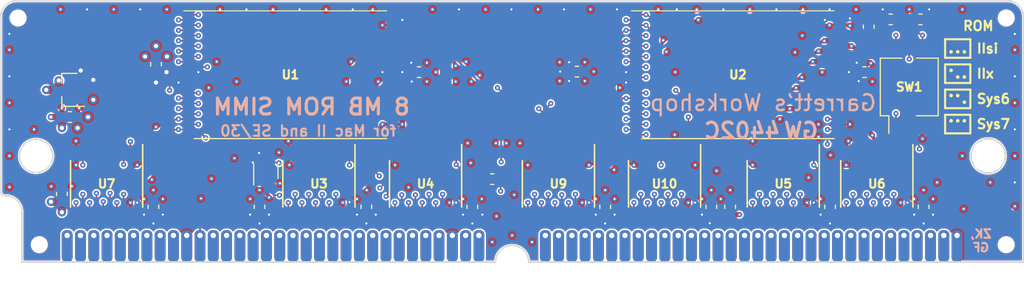
<source format=kicad_pcb>
(kicad_pcb (version 20211014) (generator pcbnew)
  (title_block (title "GW4402C") (date "2022-02-05") (rev "1.0") (company "Garrett's Workshop"))
  (layers (0 "F.Cu" signal) (1 "In1.Cu" power) (2 "In2.Cu" signal) (31 "B.Cu" power) (34 "B.Paste" user) (35 "F.Paste" user) (36 "B.SilkS" user "B.Silkscreen") (37 "F.SilkS" user "F.Silkscreen") (38 "B.Mask" user) (39 "F.Mask" user) (44 "Edge.Cuts" user))
  (net 0 "")
  (net 1 "+5V")
  (net 2 "/D0")
  (net 3 "/D1")
  (net 4 "/~{WE}")
  (net 5 "/D2")
  (net 6 "/D3")
  (net 7 "GND")
  (net 8 "/D4")
  (net 9 "/D5")
  (net 10 "/D6")
  (net 11 "/A11")
  (net 12 "/D7")
  (net 13 "/A0")
  (net 14 "/A1")
  (net 15 "/A2")
  (net 16 "/A3")
  (net 17 "/A4")
  (net 18 "/A5")
  (net 19 "/A6")
  (net 20 "/A7")
  (net 21 "/~{CS}")
  (net 22 "/~{OE}")
  (net 23 "/D8")
  (net 24 "/D9")
  (net 25 "/D10")
  (net 26 "/D11")
  (net 27 "/D12")
  (net 28 "/D13")
  (net 29 "/D14")
  (net 30 "/D15")
  (net 31 "/A8")
  (net 32 "/A9")
  (net 33 "/A10")
  (net 34 "/A12")
  (net 35 "/A13")
  (net 36 "/A14")
  (net 37 "/A15")
  (net 38 "/A16")
  (net 39 "/A17")
  (net 40 "/A18")
  (net 41 "/A19")
  (net 42 "/A20")
  (net 43 "/A21")
  (net 44 "/A22")
  (net 45 "/D16")
  (net 46 "/D17")
  (net 47 "/D18")
  (net 48 "/D19")
  (net 49 "/D20")
  (net 50 "/D21")
  (net 51 "/D22")
  (net 52 "/D23")
  (net 53 "/D24")
  (net 54 "/D25")
  (net 55 "/D26")
  (net 56 "/D27")
  (net 57 "/D28")
  (net 58 "/D29")
  (net 59 "/D30")
  (net 60 "/D31")
  (net 61 "+3V3")
  (net 62 "/RD7")
  (net 63 "/RD6")
  (net 64 "/RD5")
  (net 65 "/RD4")
  (net 66 "/RD3")
  (net 67 "/RD2")
  (net 68 "/RD1")
  (net 69 "/RD0")
  (net 70 "/RD8")
  (net 71 "/RD9")
  (net 72 "/RD10")
  (net 73 "/RD11")
  (net 74 "/RD12")
  (net 75 "/RD13")
  (net 76 "/RD14")
  (net 77 "/RD15")
  (net 78 "/RD23")
  (net 79 "/RD22")
  (net 80 "/RD21")
  (net 81 "/RD20")
  (net 82 "/RD19")
  (net 83 "/RD18")
  (net 84 "/RD17")
  (net 85 "/RD16")
  (net 86 "/RD24")
  (net 87 "/RD25")
  (net 88 "/RD26")
  (net 89 "/RD27")
  (net 90 "/RD28")
  (net 91 "/RD29")
  (net 92 "/RD30")
  (net 93 "/RD31")
  (net 94 "/RA7")
  (net 95 "/RA6")
  (net 96 "/RA5")
  (net 97 "/RA4")
  (net 98 "/RA3")
  (net 99 "/RA2")
  (net 100 "/R~{CS}")
  (net 101 "/R~{OE}")
  (net 102 "/R~{WE}")
  (net 103 "/RA8")
  (net 104 "/RA9")
  (net 105 "/RA17")
  (net 106 "/RA16")
  (net 107 "/RA15")
  (net 108 "/RA14")
  (net 109 "/RA13")
  (net 110 "/RA12")
  (net 111 "/RA11")
  (net 112 "/RA10")
  (net 113 "/RA18")
  (net 114 "/RA19")
  (net 115 "/RA20")
  (net 116 "/RA21")
  (net 117 "/RA22")
  (net 121 "/RA23")
  (net 122 "/Ddir")
  (net 123 "/DdirR")
  (net 124 "/RA22sw")
  (net 125 "/RA21sw")
  (footprint "stdpads:Fiducial" (layer "F.Cu") (at 75.438 123.444)
    (fp_text reference "FID2" hide)
    (fp_text value "Fiducial" hide)
  )
  (footprint "stdpads:C_0603" (layer "F.Cu") (at 154.35 109.45)
    (fp_text reference "C5")
    (fp_text value "2u2")
  )
  (footprint "stdpads:C_0603" (layer "F.Cu") (at 96.5 122.35 90)
    (fp_text reference "C7")
    (fp_text value "2u2")
  )
  (footprint "stdpads:C_0603" (layer "F.Cu") (at 116.85 122.35 90)
    (fp_text reference "C9")
    (fp_text value "2u2")
  )
  (footprint "stdpads:C_0603" (layer "F.Cu") (at 139.7 122.35 90)
    (fp_text reference "C11")
    (fp_text value "2u2")
  )
  (footprint "stdpads:C_0603" (layer "F.Cu") (at 151.05 122.35 90)
    (fp_text reference "C12")
    (fp_text value "2u2")
  )
  (footprint "stdpads:C_0603" (layer "F.Cu") (at 160 122.35 90)
    (fp_text reference "C13")
    (fp_text value "2u2")
  )
  (footprint "stdpads:TSSOP-20_4.4x6.5mm_P0.65mm" (layer "F.Cu") (at 112.375 120.15 180)
    (fp_text reference "U4")
    (fp_text value "74AHC245")
  )
  (footprint "stdpads:TSSOP-20_4.4x6.5mm_P0.65mm" (layer "F.Cu") (at 146.575 120.15 180)
    (fp_text reference "U5")
    (fp_text value "74AHC245")
  )
  (footprint "stdpads:MacIIROMSIMM_Edge" (layer "F.Cu") (at 120.65 127.635)
    (fp_text reference "J1" hide)
    (fp_text value "ROM")
  )
  (footprint "stdpads:TSSOP-20_4.4x6.5mm_P0.65mm" (layer "F.Cu") (at 135.225 120.15 180)
    (fp_text reference "U10")
    (fp_text value "74AHC245")
  )
  (footprint "stdpads:TSSOP-20_4.4x6.5mm_P0.65mm" (layer "F.Cu") (at 155.525 120.15 180)
    (fp_text reference "U6")
    (fp_text value "74AHC245")
  )
  (footprint "stdpads:C_0603" (layer "F.Cu") (at 111.75 109.45)
    (fp_text reference "C4")
    (fp_text value "2u2")
  )
  (footprint "stdpads:TSOP-I-48_18.4x12mm_P0.5mm" (layer "F.Cu") (at 99.45 109.7 -90)
    (fp_text reference "U1")
    (fp_text value "MX29LV640")
  )
  (footprint "stdpads:TSSOP-20_4.4x6.5mm_P0.65mm" (layer "F.Cu") (at 102.175 120.15 180)
    (fp_text reference "U3")
    (fp_text value "74AHC245")
  )
  (footprint "stdpads:C_0603" (layer "F.Cu") (at 78.35 113.75)
    (fp_text reference "C3")
    (fp_text value "2u2")
  )
  (footprint "stdpads:TSOP-I-48_18.4x12mm_P0.5mm" (layer "F.Cu") (at 142.24 109.7 -90)
    (fp_text reference "U2")
    (fp_text value "MX29LV640")
  )
  (footprint "stdpads:C_0603" (layer "F.Cu") (at 86.35 122.35 90)
    (fp_text reference "C6")
    (fp_text value "2u2")
  )
  (footprint "stdpads:TSSOP-20_4.4x6.5mm_P0.65mm" (layer "F.Cu") (at 81.875 120.15 180)
    (fp_text reference "U7")
    (fp_text value "74AHC245")
  )
  (footprint "stdpads:C_0603" (layer "F.Cu") (at 106.7135 122.35 90)
    (fp_text reference "C8")
    (fp_text value "2u2")
  )
  (footprint "stdpads:TSSOP-20_4.4x6.5mm_P0.65mm" (layer "F.Cu") (at 125.075 120.15 180)
    (fp_text reference "U9")
    (fp_text value "74AHC245")
  )
  (footprint "stdpads:C_0603" (layer "F.Cu") (at 129.55 122.35 90)
    (fp_text reference "C10")
    (fp_text value "2u2")
  )
  (footprint "stdpads:C_0603" (layer "F.Cu") (at 141.5 122.35 90)
    (fp_text reference "C2")
    (fp_text value "2u2")
  )
  (footprint "stdpads:C_0603" (layer "F.Cu") (at 86.6 108.7 90)
    (fp_text reference "C14")
    (fp_text value "2u2")
  )
  (footprint "stdpads:Fiducial" (layer "F.Cu") (at 167.894 123.444)
    (fp_text reference "FID3" hide)
    (fp_text value "Fiducial" hide)
  )
  (footprint "stdpads:Fiducial" (layer "F.Cu") (at 162.433 104.267)
    (fp_text reference "FID4" hide)
    (fp_text value "Fiducial" hide)
  )
  (footprint "stdpads:Fiducial" (layer "F.Cu") (at 75.946 104.267)
    (fp_text reference "FID1" hide)
    (fp_text value "Fiducial" hide)
  )
  (footprint "stdpads:C_0603" (layer "F.Cu") (at 126.85 109.4)
    (fp_text reference "C15")
    (fp_text value "2u2")
  )
  (footprint "stdpads:C_0603" (layer "F.Cu") (at 77.6 121.123 90)
    (fp_text reference "C1")
    (fp_text value "2u2")
  )
  (footprint "stdpads:SOT-353" (layer "F.Cu") (at 97.1 118.95 -90)
    (fp_text reference "U12")
    (fp_text value "74LVC1G02GW")
  )
  (footprint "stdpads:R_0603" (layer "F.Cu") (at 156.85 104.4 180)
    (fp_text reference "R1")
    (fp_text value "3k3")
  )
  (footprint "stdpads:R_0603" (layer "F.Cu") (at 154.75 105.1 90)
    (fp_text reference "R4")
    (fp_text value "3k3")
  )
  (footprint "stdpads:R_0603" (layer "F.Cu") (at 118.75 119.7 180)
    (fp_text reference "R3")
    (fp_text value "100")
  )
  (footprint "stdpads:SOT-23" (layer "F.Cu") (at 78.35 111.15)
    (fp_text reference "U11")
    (fp_text value "XC6206P332MR")
  )
  (footprint "stdpads:PasteHole_1.152mm_NPTH" (layer "F.Cu") (at 73.406 104.267)
    (fp_text reference "H1")
    (fp_text value " " hide)
  )
  (footprint "stdpads:PasteHole_1.152mm_NPTH" (layer "F.Cu") (at 75.438 125.984)
    (fp_text reference "H2")
    (fp_text value " " hide)
  )
  (footprint "stdpads:PasteHole_1.152mm_NPTH" (layer "F.Cu") (at 167.894 125.984)
    (fp_text reference "H3")
    (fp_text value " " hide)
  )
  (footprint "stdpads:PasteHole_1.152mm_NPTH" (layer "F.Cu") (at 167.894 104.267)
    (fp_text reference "H4")
    (fp_text value " " hide)
  )
  (footprint "stdpads:R_0603" (layer "F.Cu") (at 159.7 104.4)
    (fp_text reference "R2")
    (fp_text value "3k3")
  )
  (footprint "stdpads:SW_DIP_SPSTx03_Slide_DSHP03TS_P1.27mm" (layer "F.Cu") (at 158.623 110.871)
    (fp_text reference "SW1")
    (fp_text value "ROM Sel.")
  )
  (gr_line (start 162.6234 111.6965) (end 162.6235 111.6965) (layer "F.SilkS") (width 0.35))
  (gr_line (start 164.465 106.299) (end 162.052 106.299) (layer "F.SilkS") (width 0.2032))
  (gr_line (start 163.89355 107.5055) (end 163.89365 107.5055) (layer "F.SilkS") (width 0.35))
  (gr_line (start 163.2584 107.5055) (end 163.2585 107.5055) (layer "F.SilkS") (width 0.35))
  (gr_line (start 162.052 108.077) (end 162.052 106.299) (layer "F.SilkS") (width 0.2032))
  (gr_line (start 164.465 108.077) (end 164.465 106.299) (layer "F.SilkS") (width 0.2032))
  (gr_line (start 162.052 108.077) (end 164.465 108.077) (layer "F.SilkS") (width 0.2032))
  (gr_line (start 162.052 112.903) (end 162.052 111.125) (layer "F.SilkS") (width 0.2032))
  (gr_line (start 164.465 112.903) (end 164.465 111.125) (layer "F.SilkS") (width 0.2032))
  (gr_line (start 163.2584 111.6965) (end 163.2585 111.6965) (layer "F.SilkS") (width 0.35))
  (gr_line (start 163.89355 112.3315) (end 163.89365 112.3315) (layer "F.SilkS") (width 0.35))
  (gr_line (start 164.465 111.125) (end 162.052 111.125) (layer "F.SilkS") (width 0.2032))
  (gr_line (start 162.052 112.903) (end 164.465 112.903) (layer "F.SilkS") (width 0.2032))
  (gr_line (start 164.465 113.538) (end 162.052 113.538) (layer "F.SilkS") (width 0.2032))
  (gr_line (start 164.465 115.316) (end 164.465 113.538) (layer "F.SilkS") (width 0.2032))
  (gr_line (start 163.2584 114.1095) (end 163.2585 114.1095) (layer "F.SilkS") (width 0.35))
  (gr_line (start 163.89355 114.1095) (end 163.89365 114.1095) (layer "F.SilkS") (width 0.35))
  (gr_line (start 162.052 115.316) (end 162.052 113.538) (layer "F.SilkS") (width 0.2032))
  (gr_line (start 162.052 115.316) (end 164.465 115.316) (layer "F.SilkS") (width 0.2032))
  (gr_line (start 162.62355 114.1095) (end 162.62365 114.1095) (layer "F.SilkS") (width 0.35))
  (gr_line (start 162.6234 107.5055) (end 162.6235 107.5055) (layer "F.SilkS") (width 0.35))
  (gr_line (start 164.465 108.712) (end 162.052 108.712) (layer "F.SilkS") (width 0.2032))
  (gr_line (start 163.89355 109.9185) (end 163.89365 109.9185) (layer "F.SilkS") (width 0.35))
  (gr_line (start 164.465 110.49) (end 164.465 108.712) (layer "F.SilkS") (width 0.2032))
  (gr_line (start 162.052 110.49) (end 164.465 110.49) (layer "F.SilkS") (width 0.2032))
  (gr_line (start 163.2584 109.9185) (end 163.2585 109.9185) (layer "F.SilkS") (width 0.35))
  (gr_line (start 162.052 110.49) (end 162.052 108.712) (layer "F.SilkS") (width 0.2032))
  (gr_line (start 162.6234 109.2835) (end 162.6235 109.2835) (layer "F.SilkS") (width 0.35))
  (gr_arc (start 119.0625 127.635) (mid 120.65 126.0475) (end 122.2375 127.635) (layer "Edge.Cuts") (width 0.15))
  (gr_arc (start 72.1995 121.285) (mid 73.322032 121.749968) (end 73.787 122.8725) (layer "Edge.Cuts") (width 0.15))
  (gr_line (start 71.755 120.904) (end 71.755 104.14) (layer "Edge.Cuts") (width 0.15))
  (gr_line (start 169.545 127.635) (end 169.545 104.14) (layer "Edge.Cuts") (width 0.15))
  (gr_line (start 122.2375 127.635) (end 169.545 127.635) (layer "Edge.Cuts") (width 0.15))
  (gr_line (start 73.787 127.635) (end 119.0625 127.635) (layer "Edge.Cuts") (width 0.15))
  (gr_line (start 73.787 122.8725) (end 73.787 127.635) (layer "Edge.Cuts") (width 0.15))
  (gr_line (start 72.136 121.285) (end 72.1995 121.285) (layer "Edge.Cuts") (width 0.15))
  (gr_line (start 73.279 102.616) (end 168.021 102.616) (layer "Edge.Cuts") (width 0.15))
  (gr_circle (center 166.1668 117.475) (end 167.8178 117.475) (layer "Edge.Cuts") (width 0.15) (fill none))
  (gr_circle (center 75.1332 117.475) (end 76.7332 117.475) (layer "Edge.Cuts") (width 0.15) (fill none))
  (gr_arc (start 71.755 104.14) (mid 72.201369 103.062369) (end 73.279 102.616) (layer "Edge.Cuts") (width 0.15))
  (gr_arc (start 72.136 121.285) (mid 71.866592 121.173408) (end 71.755 120.904) (layer "Edge.Cuts") (width 0.15))
  (gr_arc (start 168.021 102.616) (mid 169.098631 103.062369) (end 169.545 104.14) (layer "Edge.Cuts") (width 0.15))
  (gr_text "for Mac II and SE/30" (at 101.1428 115.0874) (layer "B.SilkS") (effects (font (size 1.016 1.016) (thickness 0.2032)) (justify mirror)))
  (gr_text "8 MB ROM SIMM" (at 101.473 112.776) (layer "B.SilkS") (effects (font (size 1.524 1.524) (thickness 0.3)) (justify mirror)))
  (gr_text "Garrett’s Workshop" (at 144.653 112.395) (layer "B.SilkS") (effects (font (size 1.524 1.524) (thickness 0.225)) (justify mirror)))
  (gr_text "4402C" (at 146.452286 115.062) (layer "B.SilkS") (effects (font (size 1.5 1.5) (thickness 0.3)) (justify left mirror)))
  (gr_text "GW" (at 146.472714 115.062) (layer "B.SilkS") (effects (font (size 1.5 1.5) (thickness 0.3)) (justify right mirror)))
  (gr_text "ZK,\nGF" (at 165.481 125.603) (layer "B.SilkS") (effects (font (size 0.8128 0.8128) (thickness 0.2032)) (justify mirror)))
  (gr_text "IIsi" (at 164.973 107.188) (layer "F.SilkS") (effects (font (size 0.9 0.9) (thickness 0.2032)) (justify left)))
  (gr_text "ROM" (at 165.227 105.029) (layer "F.SilkS") (effects (font (size 0.9 0.9) (thickness 0.2032))))
  (gr_text "Sys6" (at 164.973 112.014) (layer "F.SilkS") (effects (font (size 0.9 0.9) (thickness 0.2032)) (justify left)))
  (gr_text "Sys7" (at 164.973 114.427) (layer "F.SilkS") (effects (font (size 0.9 0.9) (thickness 0.2032)) (justify left)))
  (gr_text "IIx" (at 164.973 109.601) (layer "F.SilkS") (effects (font (size 0.9 0.9) (thickness 0.2032)) (justify left)))
  (segment (start 77.3 111.15) (end 77.3 112.6) (width 0.6) (layer "F.Cu") (net 1))
  (segment (start 77.6 121.873) (end 76.55 121.873) (width 0.8) (layer "F.Cu") (net 1))
  (segment (start 77.6 113.75) (end 76.55 113.75) (width 0.6) (layer "F.Cu") (net 1))
  (segment (start 77.6 113.75) (end 77.6 114.8) (width 0.8) (layer "F.Cu") (net 1))
  (segment (start 77.6 121.873) (end 77.6 122.873) (width 0.8) (layer "F.Cu") (net 1))
  (segment (start 77.3 112.6) (end 77.6 112.9) (width 0.6) (layer "F.Cu") (net 1))
  (segment (start 77.6 113.75) (end 77.6 112.9) (width 0.5) (layer "F.Cu") (net 1))
  (segment (start 77.3 111.15) (end 77.3 110.25) (width 0.8) (layer "F.Cu") (net 1))
  (segment (start 141.5 123.1) (end 142.4 123.1) (width 0.5) (layer "F.Cu") (net 1))
  (segment (start 77.3 111.15) (end 76.1 111.15) (width 0.8) (layer "F.Cu") (net 1))
  (via (at 76.1 111.15) (size 0.8) (drill 0.4) (layers "F.Cu" "B.Cu") (net 1))
  (via (at 77.3 110.25) (size 0.8) (drill 0.4) (layers "F.Cu" "B.Cu") (net 1))
  (via (at 77.6 114.8) (size 0.8) (drill 0.4) (layers "F.Cu" "B.Cu") (net 1))
  (via (at 76.55 113.75) (size 0.6) (drill 0.3) (layers "F.Cu" "B.Cu") (net 1))
  (via (at 142.4 123.1) (size 0.5) (drill 0.2) (layers "F.Cu" "B.Cu") (net 1))
  (via (at 77.6 112.9) (size 0.5) (drill 0.2) (layers "F.Cu" "B.Cu") (net 1))
  (via (at 77.6 122.873) (size 0.8) (drill 0.4) (layers "F.Cu" "B.Cu") (net 1))
  (via (at 76.55 121.873) (size 0.8) (drill 0.4) (layers "F.Cu" "B.Cu") (net 1))
  (segment (start 99.25 123.1) (end 99.25 121.95) (width 0.15) (layer "F.Cu") (net 2))
  (via (at 99.25 121.95) (size 0.5) (drill 0.2) (layers "F.Cu" "B.Cu") (net 2))
  (segment (start 99.9 123.1) (end 99.9 121.15) (width 0.15) (layer "F.Cu") (net 3))
  (via (at 99.9 121.15) (size 0.5) (drill 0.2) (layers "F.Cu" "B.Cu") (net 3))
  (segment (start 122.15 121.95) (end 122.15 123.1) (width 0.15) (layer "F.Cu") (net 4))
  (via (at 122.15 121.95) (size 0.5) (drill 0.2) (layers "F.Cu" "B.Cu") (net 4))
  (segment (start 100.55 123.1) (end 100.55 121.95) (width 0.15) (layer "F.Cu") (net 5))
  (via (at 100.55 121.95) (size 0.5) (drill 0.2) (layers "F.Cu" "B.Cu") (net 5))
  (segment (start 101.2 123.1) (end 101.2 121.15) (width 0.15) (layer "F.Cu") (net 6))
  (via (at 101.2 121.15) (size 0.5) (drill 0.2) (layers "F.Cu" "B.Cu") (net 6))
  (segment (start 84.15 123.1) (end 84.15 121.95) (width 0.4) (layer "F.Cu") (net 7))
  (segment (start 78.95 117.2) (end 78.95 118.35) (width 0.4) (layer "F.Cu") (net 7))
  (segment (start 86.35 121.6) (end 85.45 121.6) (width 0.5) (layer "F.Cu") (net 7))
  (segment (start 84.8 117.2) (end 84.8 118.35) (width 0.4) (layer "F.Cu") (net 7))
  (segment (start 122.15 117.2) (end 122.15 118.35) (width 0.4) (layer "F.Cu") (net 7))
  (segment (start 128 117.2) (end 128 118.35) (width 0.4) (layer "F.Cu") (net 7))
  (segment (start 104.45 123.1) (end 104.45 124) (width 0.4) (layer "F.Cu") (net 7))
  (segment (start 152.9 104.95) (end 152.95 105) (width 0.3) (layer "F.Cu") (net 7))
  (segment (start 152.6 117.2) (end 152.6 116.25) (width 0.4) (layer "F.Cu") (net 7))
  (segment (start 97.25 121.6) (end 97.4 121.45) (width 0.5) (layer "F.Cu") (net 7))
  (segment (start 132.3 117.2) (end 132.3 118.35) (width 0.4) (layer "F.Cu") (net 7))
  (segment (start 151 104.95) (end 151.99 104.95) (width 0.25) (layer "F.Cu") (net 7))
  (segment (start 109.45 117.2) (end 109.45 116.3) (width 0.4) (layer "F.Cu") (net 7))
  (segment (start 141.5 121.6) (end 141.5 120.75) (width 0.5) (layer "F.Cu") (net 7))
  (segment (start 99.25 117.2) (end 99.25 116.05) (width 0.4) (layer "F.Cu") (net 7))
  (segment (start 137.5 123.1) (end 137.5 121.95) (width 0.4) (layer "F.Cu") (net 7))
  (segment (start 109.2 114.45) (end 108.25 114.45) (width 0.3) (layer "F.Cu") (net 7))
  (segment (start 143.65 116.05) (end 143.65 117.2) (width 0.4) (layer "F.Cu") (net 7))
  (segment (start 112.5 109.45) (end 113.35 109.45) (width 0.5) (layer "F.Cu") (net 7))
  (segment (start 151.05 121.6) (end 150.15 121.6) (width 0.5) (layer "F.Cu") (net 7))
  (segment (start 157.8 123.1) (end 157.8 124) (width 0.4) (layer "F.Cu") (net 7))
  (segment (start 155.1 109.45) (end 155.1 108.75) (width 0.5) (layer "F.Cu") (net 7))
  (segment (start 99.25 118.25) (end 99.25 117.2) (width 0.4) (layer "F.Cu") (net 7))
  (segment (start 109.2 114.45) (end 110.15 114.45) (width 0.3) (layer "F.Cu") (net 7))
  (segment (start 139.7 121.6) (end 139.7 120.75) (width 0.5) (layer "F.Cu") (net 7))
  (segment (start 138.15 117.2) (end 138.15 118.35) (width 0.4) (layer "F.Cu") (net 7))
  (segment (start 79.1 113.05) (end 79.25 112.9) (width 0.5) (layer "F.Cu") (net 7))
  (segment (start 86.6 107.95) (end 85.55 107.95) (width 0.8) (layer "F.Cu") (net 7))
  (segment (start 160 121.6) (end 159.1 121.6) (width 0.5) (layer "F.Cu") (net 7))
  (segment (start 127.6 109.4) (end 127.6 108.5) (width 0.5) (layer "F.Cu") (net 7))
  (segment (start 97.75 119.8) (end 98.15 119.8) (width 0.4) (layer "F.Cu") (net 7))
  (segment (start 86.35 121.6) (end 87.25 121.6) (width 0.5) (layer "F.Cu") (net 7))
  (segment (start 152.6 117.2) (end 152.6 118.35) (width 0.4) (layer "F.Cu") (net 7))
  (segment (start 128 117.2) (end 128 116.3) (width 0.4) (layer "F.Cu") (net 7))
  (segment (start 148.85 123.1) (end 148.85 121.95) (width 0.4) (layer "F.Cu") (net 7))
  (segment (start 109.45 117.2) (end 109.05 117.2) (width 0.4) (layer "F.Cu") (net 7))
  (segment (start 138.15 117.2) (end 138.15 116.3) (width 0.4) (layer "F.Cu") (net 7))
  (segment (start 155.1 108.75) (end 154.95 108.6) (width 0.5) (layer "F.Cu") (net 7))
  (segment (start 139.7 121.6) (end 138.8 121.6) (width 0.5) (layer "F.Cu") (net 7))
  (segment (start 96.5 121.6) (end 95.6 121.6) (width 0.5) (layer "F.Cu") (net 7))
  (segment (start 152.6 117.2) (end 152.2 117.2) (width 0.4) (layer "F.Cu") (net 7))
  (segment (start 137.5 123.1) (end 137.5 124) (width 0.4) (layer "F.Cu") (net 7))
  (segment (start 128 117.2) (end 128.4 117.2) (width 0.4) (layer "F.Cu") (net 7))
  (segment (start 139.7 121.6) (end 140.6 121.6) (width 0.5) (layer "F.Cu") (net 7))
  (segment (start 84.8 117.2) (end 85.2 117.2) (width 0.4) (layer "F.Cu") (net 7))
  (segment (start 148.85 123.1) (end 148.85 124) (width 0.4) (layer "F.Cu") (net 7))
  (segment (start 78.95 117.2) (end 78.95 116.05) (width 0.4) (layer "F.Cu") (net 7))
  (segment (start 132.3 117.2) (end 131.9 117.2) (width 0.4) (layer "F.Cu") (net 7))
  (segment (start 99.25 117.2) (end 99.2 117.15) (width 0.4) (layer "F.Cu") (net 7))
  (segment (start 116.85 121.6) (end 117.75 121.6) (width 0.5) (layer "F.Cu") (net 7))
  (segment (start 157.8 123.1) (end 157.8 121.95) (width 0.4) (layer "F.Cu") (net 7))
  (segment (start 114.65 123.1) (end 114.65 121.95) (width 0.4) (layer "F.Cu") (net 7))
  (segment (start 104.45 123.1) (end 104.45 121.95) (width 0.4) (layer "F.Cu") (net 7))
  (segment (start 77.6 120.373) (end 78.55 120.373) (width 0.5) (layer "F.Cu") (net 7))
  (segment (start 76.604 120.373) (end 76.581 120.396) (width 0.5) (layer "F.Cu") (net 7))
  (segment (start 98.15 119.8) (end 98.45 120.1) (width 0.4) (layer "F.Cu") (net 7))
  (segment (start 143.65 117.2) (end 143.65 118.35) (width 0.4) (layer "F.Cu") (net 7))
  (segment (start 99.35 118.35) (end 99.25 118.25) (width 0.4) (layer "F.Cu") (net 7))
  (segment (start 127.6 109.4) (end 127.6 110.3) (width 0.5) (layer "F.Cu") (net 7))
  (segment (start 96.5 121.6) (end 97.25 121.6) (width 0.5) (layer "F.Cu") (net 7))
  (segment (start 96.5 121.6) (end 96.5 120.75) (width 0.5) (layer "F.Cu") (net 7))
  (segment (start 127.35 123.1) (end 127.35 121.95) (width 0.4) (layer "F.Cu") (net 7))
  (segment (start 84.15 123.1) (end 84.15 124) (width 0.4) (layer "F.Cu") (net 7))
  (segment (start 112.5 109.45) (end 112.5 110.35) (width 0.5) (layer "F.Cu") (net 7))
  (segment (start 143.65 117.2) (end 143.25 117.2) (width 0.4) (layer "F.Cu") (net 7))
  (segment (start 106.7135 120.7865) (end 106.75 120.75) (width 0.5) (layer "F.Cu") (net 7))
  (segment (start 127.6 109.4) (end 128.45 109.4) (width 0.5) (layer "F.Cu") (net 7))
  (segment (start 106.7135 121.6) (end 105.8135 121.6) (width 0.5) (layer "F.Cu") (net 7))
  (segment (start 79.1 113.75) (end 80.1 113.75) (width 0.8) (layer "F.Cu") (net 7))
  (segment (start 86.6 107.95) (end 87.65 107.95) (width 0.8) (layer "F.Cu") (net 7))
  (segment (start 86.6 107.95) (end 86.6 106.95) (width 0.8) (layer "F.Cu") (net 7))
  (segment (start 138.15 117.2) (end 138.55 117.2) (width 0.4) (layer "F.Cu") (net 7))
  (segment (start 79.4 112.1) (end 80.6 112.1) (width 0.8) (layer "F.Cu") (net 7))
  (segment (start 79.4 112.1) (end 79.4 112.75) (width 0.5) (layer "F.Cu") (net 7))
  (segment (start 160 121.6) (end 160 120.75) (width 0.5) (layer "F.Cu") (net 7))
  (segment (start 160 121.6) (end 160.9 121.6) (width 0.5) (layer "F.Cu") (net 7))
  (segment (start 112.5 109.45) (end 112.5 108.55) (width 0.5) (layer "F.Cu") (net 7))
  (segment (start 99.2 117.15) (end 98.35 117.15) (width 0.4) (layer "F.Cu") (net 7))
  (segment (start 151.99 104.95) (end 152.9 104.95) (width 0.3) (layer "F.Cu") (net 7))
  (segment (start 122.15 117.2) (end 121.75 117.2) (width 0.4) (layer "F.Cu") (net 7))
  (segment (start 109.2 104.95) (end 108.25 104.95) (width 0.3) (layer "F.Cu") (net 7))
  (segment (start 159.893 114.681) (end 159.893 115.824) (width 0.5) (layer "F.Cu") (net 7))
  (segment (start 141.5 121.6) (end 140.6 121.6) (width 0.5) (layer "F.Cu") (net 7))
  (segment (start 109.45 117.2) (end 109.45 118.35) (width 0.4) (layer "F.Cu") (net 7))
  (segment (start 132.3 117.2) (end 132.3 116.3) (width 0.4) (layer "F.Cu") (net 7))
  (segment (start 151.99 114.45) (end 152.95 114.45) (width 0.15) (layer "F.Cu") (net 7))
  (segment (start 79.4 112.75) (end 79.25 112.9) (width 0.5) (layer "F.Cu") (net 7))
  (segment (start 155.1 109.45) (end 155.1 110.35) (width 0.5) (layer "F.Cu") (net 7))
  (segment (start 78.95 117.2) (end 78.55 117.2) (width 0.4) (layer "F.Cu") (net 7))
  (segment (start 114.65 123.1) (end 114.65 124) (width 0.4) (layer "F.Cu") (net 7))
  (segment (start 116.85 121.6) (end 115.95 121.6) (width 0.5) (layer "F.Cu") (net 7))
  (segment (start 79.1 113.75) (end 79.1 113.05) (width 0.5) (layer "F.Cu") (net 7))
  (segment (start 129.55 121.6) (end 128.65 121.6) (width 0.5) (layer "F.Cu") (net 7))
  (segment (start 106.7135 121.6) (end 106.7135 120.7865) (width 0.5) (layer "F.Cu") (net 7))
  (segment (start 79.1 113.75) (end 79.1 114.8) (width 0.8) (layer "F.Cu") (net 7))
  (segment (start 122.15 117.2) (end 122.15 116.3) (width 0.4) (layer "F.Cu") (net 7))
  (segment (start 77.6 120.373) (end 76.604 120.373) (width 0.5) (layer "F.Cu") (net 7))
  (segment (start 152.6 116.25) (end 152.8 116.05) (width 0.4) (layer "F.Cu") (net 7))
  (segment (start 86.35 121.6) (end 86.35 120.75) (width 0.5) (layer "F.Cu") (net 7))
  (segment (start 129.55 121.6) (end 129.55 120.75) (width 0.5) (layer "F.Cu") (net 7))
  (segment (start 127.35 123.1) (end 127.35 124) (width 0.4) (layer "F.Cu") (net 7))
  (segment (start 129.55 121.6) (end 130.45 121.6) (width 0.5) (layer "F.Cu") (net 7))
  (via (at 77.47 103.4415) (size 0.508) (drill 0.2) (layers "F.Cu" "B.Cu") (net 7))
  (via (at 72.5805 107.315) (size 0.508) (drill 0.2) (layers "F.Cu" "B.Cu") (net 7))
  (via (at 72.5805 112.395) (size 0.508) (drill 0.2) (layers "F.Cu" "B.Cu") (net 7))
  (via (at 72.5805 117.475) (size 0.508) (drill 0.2) (layers "F.Cu" "B.Cu") (net 7))
  (via (at 72.5805 120.4595) (size 0.508) (drill 0.2) (layers "F.Cu" "B.Cu") (net 7))
  (via (at 168.7195 107.315) (size 0.508) (drill 0.2) (layers "F.Cu" "B.Cu") (net 7))
  (via (at 168.7195 112.395) (size 0.508) (drill 0.2) (layers "F.Cu" "B.Cu") (net 7))
  (via (at 168.7195 117.475) (size 0.508) (drill 0.2) (layers "F.Cu" "B.Cu") (net 7))
  (via (at 168.7195 122.301) (size 0.508) (drill 0.2) (layers "F.Cu" "B.Cu") (net 7))
  (via (at 120.65 125.095) (size 0.508) (drill 0.2) (layers "F.Cu" "B.Cu") (net 7))
  (via (at 118.745 125.73) (size 0.508) (drill 0.2) (layers "F.Cu" "B.Cu") (net 7))
  (via (at 122.555 125.73) (size 0.508) (drill 0.2) (layers "F.Cu" "B.Cu") (net 7))
  (via (at 74.93 114.935) (size 0.508) (drill 0.2) (layers "F.Cu" "B.Cu") (net 7))
  (via (at 166.37 120.015) (size 0.508) (drill 0.2) (layers "F.Cu" "B.Cu") (net 7))
  (via (at 76.581 120.396) (size 0.508) (drill 0.2) (layers "F.Cu" "B.Cu") (net 7))
  (via (at 110.75 120.49) (size 0.508) (drill 0.2) (layers "F.Cu" "B.Cu") (net 7))
  (via (at 155.1 115.5) (size 0.5) (drill 0.2) (layers "F.Cu" "B.Cu") (net 7))
  (via (at 143.383 103.4415) (size 0.508) (drill 0.2) (layers "F.Cu" "B.Cu") (net 7))
  (via (at 138.303 103.4415) (size 0.508) (drill 0.2) (layers "F.Cu" "B.Cu") (net 7))
  (via (at 134.62 103.4415) (size 0.508) (drill 0.2) (layers "F.Cu" "B.Cu") (net 7))
  (via (at 82.55 103.4415) (size 0.508) (drill 0.2) (layers "F.Cu" "B.Cu") (net 7))
  (via (at 87.63 103.4415) (size 0.508) (drill 0.2) (layers "F.Cu" "B.Cu") (net 7))
  (via (at 97.79 103.4415) (size 0.508) (drill 0.2) (layers "F.Cu" "B.Cu") (net 7))
  (via (at 92.71 103.4415) (size 0.508) (drill 0.2) (layers "F.Cu" "B.Cu") (net 7))
  (via (at 102.87 103.4415) (size 0.508) (drill 0.2) (layers "F.Cu" "B.Cu") (net 7))
  (via (at 118.11 103.4415) (size 0.508) (drill 0.2) (layers "F.Cu" "B.Cu") (net 7))
  (via (at 113.03 103.4415) (size 0.508) (drill 0.2) (layers "F.Cu" "B.Cu") (net 7))
  (via (at 123.1265 103.4415) (size 0.508) (drill 0.2) (layers "F.Cu" "B.Cu") (net 7))
  (via (at 115.25 108.85) (size 0.508) (drill 0.2) (layers "F.Cu" "B.Cu") (net 7))
  (via (at 116.75 110.35) (size 0.508) (drill 0.2) (layers "F.Cu" "B.Cu") (net 7))
  (via (at 115.25 110.35) (size 0.508) (drill 0.2) (layers "F.Cu" "B.Cu") (net 7))
  (via (at 117.55 109.75) (size 0.508) (drill 0.2) (layers "F.Cu" "B.Cu") (net 7))
  (via (at 105.25 108.45) (size 0.508) (drill 0.2) (layers "F.Cu" "B.Cu") (net 7))
  (via (at 107.85 110.35) (size 0.508) (drill 0.2) (layers "F.Cu" "B.Cu") (net 7))
  (via (at 92.4 108.45) (size 0.508) (drill 0.2) (layers "F.Cu" "B.Cu") (net 7))
  (via (at 94.3 110.35) (size 0.508) (drill 0.2) (layers "F.Cu" "B.Cu") (net 7))
  (via (at 116.25 108.45) (size 0.508) (drill 0.2) (layers "F.Cu" "B.Cu") (net 7))
  (via (at 127.6 108.5) (size 0.508) (drill 0.2) (layers "F.Cu" "B.Cu") (net 7))
  (via (at 127.6 110.3) (size 0.508) (drill 0.2) (layers "F.Cu" "B.Cu") (net 7))
  (via (at 120.1 116.25) (size 0.508) (drill 0.2) (layers "F.Cu" "B.Cu") (net 7))
  (via (at 119.1 116.25) (size 0.508) (drill 0.2) (layers "F.Cu" "B.Cu") (net 7))
  (via (at 135.1 106.4) (size 0.508) (drill 0.2) (layers "F.Cu" "B.Cu") (net 7))
  (via (at 150.5 106.45) (size 0.508) (drill 0.2) (layers "F.Cu" "B.Cu") (net 7))
  (via (at 149.95 107.45) (size 0.508) (drill 0.2) (layers "F.Cu" "B.Cu") (net 7))
  (via (at 149.4 108.45) (size 0.508) (drill 0.2) (layers "F.Cu" "B.Cu") (net 7))
  (via (at 150.3 109.45) (size 0.508) (drill 0.2) (layers "F.Cu" "B.Cu") (net 7))
  (via (at 135.4 107.5) (size 0.508) (drill 0.2) (layers "F.Cu" "B.Cu") (net 7))
  (via (at 104.8 110.35) (size 0.508) (drill 0.2) (layers "F.Cu" "B.Cu") (net 7))
  (via (at 86.6 114.7) (size 0.5) (drill 0.2) (layers "F.Cu" "B.Cu") (net 7))
  (via (at 86.2 119.75) (size 0.5) (drill 0.2) (layers "F.Cu" "B.Cu") (net 7))
  (via (at 140.2 118.9) (size 0.508) (drill 0.2) (layers "F.Cu" "B.Cu") (net 7))
  (via (at 119.15 123.25) (size 0.508) (drill 0.2) (layers "F.Cu" "B.Cu") (net 7))
  (via (at 120.85 121.2) (size 0.508) (drill 0.2) (layers "F.Cu" "B.Cu") (net 7))
  (via (at 146.25 113.95) (size 0.508) (drill 0.2) (layers "F.Cu" "B.Cu") (net 7))
  (via (at 161.29 120.015) (size 0.508) (drill 0.2) (layers "F.Cu" "B.Cu") (net 7))
  (via (at 163.703 117.475) (size 0.508) (drill 0.2) (layers "F.Cu" "B.Cu") (net 7))
  (via (at 163.83 122.555) (size 0.508) (drill 0.2) (layers "F.Cu" "B.Cu") (net 7))
  (via (at 136.2 115.45) (size 0.508) (drill 0.2) (layers "F.Cu" "B.Cu") (net 7))
  (via (at 116.4 116.25) (size 0.508) (drill 0.2) (layers "F.Cu" "B.Cu") (net 7))
  (via (at 91.65 110.95) (size 0.508) (drill 0.2) (layers "F.Cu" "B.Cu") (net 7))
  (via (at 148.35 109.95) (size 0.508) (drill 0.2) (layers "F.Cu" "B.Cu") (net 7))
  (via (at 147.2 112.95) (size 0.508) (drill 0.2) (layers "F.Cu" "B.Cu") (net 7))
  (via (at 78.95 118.35) (size 0.5) (drill 0.2) (layers "F.Cu" "B.Cu") (net 7))
  (via (at 84.15 121.95) (size 0.5) (drill 0.2) (layers "F.Cu" "B.Cu") (net 7))
  (via (at 85.45 121.6) (size 0.5) (drill 0.2) (layers "F.Cu" "B.Cu") (net 7))
  (via (at 84.8 118.35) (size 0.5) (drill 0.2) (layers "F.Cu" "B.Cu") (net 7))
  (via (at 122.15 118.35) (size 0.5) (drill 0.2) (layers "F.Cu" "B.Cu") (net 7))
  (via (at 128 118.35) (size 0.5) (drill 0.2) (layers "F.Cu" "B.Cu") (net 7))
  (via (at 130.95 110.95) (size 0.5) (drill 0.2) (layers "F.Cu" "B.Cu") (net 7))
  (via (at 130.4 118.8) (size 0.5) (drill 0.2) (layers "F.Cu" "B.Cu") (net 7))
  (via (at 107.315 103.4415) (size 0.5) (drill 0.2) (layers "F.Cu" "B.Cu") (net 7))
  (via (at 163.703 103.4415) (size 0.508) (drill 0.2) (layers "F.Cu" "B.Cu") (net 7))
  (via (at 158.623 103.4415) (size 0.508) (drill 0.2) (layers "F.Cu" "B.Cu") (net 7))
  (via (at 153.543 103.4415) (size 0.508) (drill 0.2) (layers "F.Cu" "B.Cu") (net 7))
  (via (at 148.463 103.4415) (size 0.508) (drill 0.2) (layers "F.Cu" "B.Cu") (net 7))
  (via (at 125.2 108.5) (size 0.5) (drill 0.2) (layers "F.Cu" "B.Cu") (net 7))
  (via (at 125.2 110.3) (size 0.5) (drill 0.2) (layers "F.Cu" "B.Cu") (net 7))
  (via (at 108.25 114.45) (size 0.5) (drill 0.2) (layers "F.Cu" "B.Cu") (net 7))
  (via (at 149.95 114.45) (size 0.5) (drill 0.2) (layers "F.Cu" "B.Cu") (net 7))
  (via (at 128.143 103.4415) (size 0.508) (drill 0.2) (layers "F.Cu" "B.Cu") (net 7))
  (via (at 153.1 106.95) (size 0.508) (drill 0.2) (layers "F.Cu" "B.Cu") (net 7))
  (via (at 138.45 104.45) (size 0.508) (drill 0.2) (layers "F.Cu" "B.Cu") (net 7))
  (via (at 149.95 115.65) (size 0.5) (drill 0.2) (layers "F.Cu" "B.Cu") (net 7))
  (via (at 149 119.55) (size 0.5) (drill 0.2) (layers "F.Cu" "B.Cu") (net 7))
  (via (at 121.4 116.25) (size 0.508) (drill 0.2) (layers "F.Cu" "B.Cu") (net 7))
  (via (at 116.7 118.15) (size 0.508) (drill 0.2) (layers "F.Cu" "B.Cu") (net 7))
  (via (at 147.8 110.95) (size 0.508) (drill 0.2) (layers "F.Cu" "B.Cu") (net 7))
  (via (at 151.1 117.4) (size 0.5) (drill 0.2) (layers "F.Cu" "B.Cu") (net 7))
  (via (at 136.25 109.45) (size 0.508) (drill 0.2) (layers "F.Cu" "B.Cu") (net 7))
  (via (at 147.7 107.55) (size 0.508) (drill 0.2) (layers "F.Cu" "B.Cu") (net 7))
  (via (at 148.4 105.95) (size 0.508) (drill 0.2) (layers "F.Cu" "B.Cu") (net 7))
  (via (at 94.1 117.7) (size 0.5) (drill 0.2) (layers "F.Cu" "B.Cu") (net 7))
  (via (at 90.9 121.55) (size 0.5) (drill 0.2) (layers "F.Cu" "B.Cu") (net 7))
  (via (at 91.9 119.65) (size 0.5) (drill 0.2) (layers "F.Cu" "B.Cu") (net 7))
  (via (at 143.65 116.05) (size 0.5) (drill 0.2) (layers "F.Cu" "B.Cu") (net 7))
  (via (at 150.15 121.6) (size 0.5) (drill 0.2) (layers "F.Cu" "B.Cu") (net 7))
  (via (at 130.45 121.6) (size 0.5) (drill 0.2) (layers "F.Cu" "B.Cu") (net 7))
  (via (at 112.5 108.55) (size 0.5) (drill 0.2) (layers "F.Cu" "B.Cu") (net 7))
  (via (at 79.1 114.8) (size 0.8) (drill 0.4) (layers "F.Cu" "B.Cu") (net 7))
  (via (at 79.25 112.9) (size 0.5) (drill 0.2) (layers "F.Cu" "B.Cu") (net 7))
  (via (at 98.45 120.1) (size 0.5) (drill 0.2) (layers "F.Cu" "B.Cu") (net 7))
  (via (at 95.6 121.6) (size 0.5) (drill 0.2) (layers "F.Cu" "B.Cu") (net 7))
  (via (at 152.6 118.35) (size 0.5) (drill 0.2) (layers "F.Cu" "B.Cu") (net 7))
  (via (at 157.8 121.95) (size 0.5) (drill 0.2) (layers "F.Cu" "B.Cu") (net 7))
  (via (at 87.25 121.6) (size 0.5) (drill 0.2) (layers "F.Cu" "B.Cu") (net 7))
  (via (at 115.95 121.6) (size 0.5) (drill 0.2) (layers "F.Cu" "B.Cu") (net 7))
  (via (at 98.35 117.15) (size 0.5) (drill 0.2) (layers "F.Cu" "B.Cu") (net 7))
  (via (at 96.5 120.75) (size 0.5) (drill 0.2) (layers "F.Cu" "B.Cu") (net 7))
  (via (at 160.9 121.6) (size 0.5) (drill 0.2) (layers "F.Cu" "B.Cu") (net 7))
  (via (at 155.1 110.35) (size 0.5) (drill 0.2) (layers "F.Cu" "B.Cu") (net 7))
  (via (at 109.45 118.35) (size 0.5) (drill 0.2) (layers "F.Cu" "B.Cu") (net 7))
  (via (at 159.893 115.824) (size 0.5) (drill 0.2) (layers "F.Cu" "B.Cu") (net 7))
  (via (at 113.35 109.45) (size 0.5) (drill 0.2) (layers "F.Cu" "B.Cu") (net 7))
  (via (at 104.45 121.95) (size 0.5) (drill 0.2) (layers "F.Cu" "B.Cu") (net 7))
  (via (at 139.7 120.75) (size 0.5) (drill 0.2) (layers "F.Cu" "B.Cu") (net 7))
  (via (at 141.5 120.75) (size 0.5) (drill 0.2) (layers "F.Cu" "B.Cu") (net 7))
  (via (at 128.45 109.4) (size 0.5) (drill 0.2) (layers "F.Cu" "B.Cu") (net 7))
  (via (at 80.1 113.75) (size 0.8) (drill 0.4) (layers "F.Cu" "B.Cu") (net 7))
  (via (at 78.55 120.373) (size 0.5) (drill 0.2) (layers "F.Cu" "B.Cu") (net 7))
  (via (at 152.8 116.05) (size 0.5) (drill 0.2) (layers "F.Cu" "B.Cu") (net 7))
  (via (at 78.95 116.05) (size 0.5) (drill 0.2) (layers "F.Cu" "B.Cu") (net 7))
  (via (at 154.95 108.6) (size 0.5) (drill 0.2) (layers "F.Cu" "B.Cu") (net 7))
  (via (at 160 120.75) (size 0.5) (drill 0.2) (layers "F.Cu" "B.Cu") (net 7))
  (via (at 151 104.95) (size 0.5) (drill 0.2) (layers "F.Cu" "B.Cu") (net 7))
  (via (at 143.65 118.35) (size 0.5) (drill 0.2) (layers "F.Cu" "B.Cu") (net 7))
  (via (at 129.55 120.75) (size 0.5) (drill 0.2) (layers "F.Cu" "B.Cu") (net 7))
  (via (at 108.25 104.95) (size 0.5) (drill 0.2) (layers "F.Cu" "B.Cu") (net 7))
  (via (at 99.25 116.05) (size 0.5) (drill 0.2) (layers "F.Cu" "B.Cu") (net 7))
  (via (at 99.35 118.35) (size 0.5) (drill 0.2) (layers "F.Cu" "B.Cu") (net 7))
  (via (at 97.4 121.45) (size 0.5) (drill 0.2) (layers "F.Cu" "B.Cu") (net 7))
  (via (at 127.35 121.95) (size 0.5) (drill 0.2) (layers "F.Cu" "B.Cu") (net 7))
  (via (at 110.15 114.45) (size 0.5) (drill 0.2) (layers "F.Cu" "B.Cu") (net 7))
  (via (at 114.65 121.95) (size 0.5) (drill 0.2) (layers "F.Cu" "B.Cu") (net 7))
  (via (at 137.5 121.95) (size 0.5) (drill 0.2) (layers "F.Cu" "B.Cu") (net 7))
  (via (at 132.3 118.35) (size 0.5) (drill 0.2) (layers "F.Cu" "B.Cu") (net 7))
  (via (at 138.15 118.35) (size 0.5) (drill 0.2) (layers "F.Cu" "B.Cu") (net 7))
  (via (at 148.85 121.95) (size 0.5) (drill 0.2) (layers "F.Cu" "B.Cu") (net 7))
  (via (at 106.75 120.75) (size 0.5) (drill 0.2) (layers "F.Cu" "B.Cu") (net 7))
  (via (at 105.8135 121.6) (size 0.5) (drill 0.2) (layers "F.Cu" "B.Cu") (net 7))
  (via (at 117.75 121.6) (size 0.5) (drill 0.2) (layers "F.Cu" "B.Cu") (net 7))
  (via (at 86.35 120.75) (size 0.5) (drill 0.2) (layers "F.Cu" "B.Cu") (net 7))
  (via (at 152.95 105) (size 0.5) (drill 0.2) (layers "F.Cu" "B.Cu") (net 7))
  (via (at 87.65 107.95) (size 0.8) (drill 0.4) (layers "F.Cu" "B.Cu") (net 7))
  (via (at 140.6 121.6) (size 0.5) (drill 0.2) (layers "F.Cu" "B.Cu") (net 7))
  (via (at 85.55 107.95) (size 0.8) (drill 0.4) (layers "F.Cu" "B.Cu") (net 7))
  (via (at 159.1 121.6) (size 0.5) (drill 0.2) (layers "F.Cu" "B.Cu") (net 7))
  (via (at 138.8 121.6) (size 0.5) (drill 0.2) (layers "F.Cu" "B.Cu") (net 7))
  (via (at 86.6 106.95) (size 0.8) (drill 0.4) (layers "F.Cu" "B.Cu") (net 7))
  (via (at 80.6 112.1) (size 0.8) (drill 0.4) (layers "F.Cu" "B.Cu") (net 7))
  (via (at 152.95 114.45) (size 0.5) (drill 0.2) (layers "F.Cu" "B.Cu") (net 7))
  (via (at 112.5 110.35) (size 0.5) (drill 0.2) (layers "F.Cu" "B.Cu") (net 7))
  (via (at 128.65 121.6) (size 0.5) (drill 0.2) (layers "F.Cu" "B.Cu") (net 7))
  (segment (start 101.85 123.1) (end 101.85 121.95) (width 0.15) (layer "F.Cu") (net 8))
  (via (at 101.85 121.95) (size 0.5) (drill 0.2) (layers "F.Cu" "B.Cu") (net 8))
  (segment (start 102.5 123.1) (end 102.5 121.15) (width 0.15) (layer "F.Cu") (net 9))
  (via (at 102.5 121.15) (size 0.5) (drill 0.2) (layers "F.Cu" "B.Cu") (net 9))
  (segment (start 103.15 123.1) (end 103.15 121.95) (width 0.15) (layer "F.Cu") (net 10))
  (via (at 103.15 121.95) (size 0.5) (drill 0.2) (layers "F.Cu" "B.Cu") (net 10))
  (segment (start 124.75 123.1) (end 124.75 121.95) (width 0.15) (layer "F.Cu") (net 11))
  (via (at 124.75 121.95) (size 0.5) (drill 0.2) (layers "F.Cu" "B.Cu") (net 11))
  (segment (start 103.8 123.1) (end 103.8 121.15) (width 0.15) (layer "F.Cu") (net 12))
  (via (at 103.8 121.15) (size 0.5) (drill 0.2) (layers "F.Cu" "B.Cu") (net 12))
  (segment (start 78.95 123.1) (end 78.95 121.95) (width 0.15) (layer "F.Cu") (net 15))
  (via (at 78.95 121.95) (size 0.5) (drill 0.2) (layers "F.Cu" "B.Cu") (net 15))
  (segment (start 79.6 123.1) (end 79.6 121.15) (width 0.15) (layer "F.Cu") (net 16))
  (via (at 79.6 121.15) (size 0.5) (drill 0.2) (layers "F.Cu" "B.Cu") (net 16))
  (segment (start 80.25 123.1) (end 80.25 121.95) (width 0.15) (layer "F.Cu") (net 17))
  (via (at 80.25 121.95) (size 0.5) (drill 0.2) (layers "F.Cu" "B.Cu") (net 17))
  (segment (start 80.9 123.1) (end 80.9 121.05) (width 0.15) (layer "F.Cu") (net 18))
  (via (at 80.9 121.05) (size 0.5) (drill 0.2) (layers "F.Cu" "B.Cu") (net 18))
  (segment (start 81.55 123.1) (end 81.55 121.85) (width 0.15) (layer "F.Cu") (net 19))
  (via (at 81.55 121.85) (size 0.5) (drill 0.2) (layers "F.Cu" "B.Cu") (net 19))
  (segment (start 82.2 123.1) (end 82.2 121.05) (width 0.15) (layer "F.Cu") (net 20))
  (via (at 82.2 121.05) (size 0.5) (drill 0.2) (layers "F.Cu" "B.Cu") (net 20))
  (segment (start 82.85 123.1) (end 82.85 121.95) (width 0.15) (layer "F.Cu") (net 21))
  (segment (start 96.45 119.8) (end 95.084 119.8) (width 0.15) (layer "F.Cu") (net 21))
  (segment (start 95.084 119.8) (end 90.805 124.079) (width 0.15) (layer "F.Cu") (net 21))
  (segment (start 90.805 124.079) (end 90.805 125.095) (width 0.15) (layer "F.Cu") (net 21))
  (via (at 82.85 121.95) (size 0.5) (drill 0.2) (layers "F.Cu" "B.Cu") (net 21))
  (segment (start 83.5 123.1) (end 83.5 121.15) (width 0.15) (layer "F.Cu") (net 22))
  (segment (start 98.4 121.25) (end 97.9 121.25) (width 0.15) (layer "F.Cu") (net 22))
  (segment (start 97.9 121.25) (end 97.1 120.45) (width 0.15) (layer "F.Cu") (net 22))
  (segment (start 97.1 120.45) (end 97.1 119.8) (width 0.15) (layer "F.Cu") (net 22))
  (via (at 98.4 121.25) (size 0.5) (drill 0.2) (layers "F.Cu" "B.Cu") (net 22))
  (via (at 83.5 121.15) (size 0.5) (drill 0.2) (layers "F.Cu" "B.Cu") (net 22))
  (segment (start 109.45 123.1) (end 109.45 121.95) (width 0.15) (layer "F.Cu") (net 23))
  (via (at 109.45 121.95) (size 0.5) (drill 0.2) (layers "F.Cu" "B.Cu") (net 23))
  (segment (start 110.1 123.1) (end 110.1 121.21) (width 0.15) (layer "F.Cu") (net 24))
  (via (at 110.1 121.21) (size 0.5) (drill 0.2) (layers "F.Cu" "B.Cu") (net 24))
  (segment (start 110.75 123.1) (end 110.75 121.95) (width 0.15) (layer "F.Cu") (net 25))
  (via (at 110.75 121.95) (size 0.5) (drill 0.2) (layers "F.Cu" "B.Cu") (net 25))
  (segment (start 111.4 123.1) (end 111.4 121.21) (width 0.15) (layer "F.Cu") (net 26))
  (via (at 111.4 121.21) (size 0.5) (drill 0.2) (layers "F.Cu" "B.Cu") (net 26))
  (segment (start 112.05 123.1) (end 112.05 121.95) (width 0.15) (layer "F.Cu") (net 27))
  (via (at 112.05 121.95) (size 0.5) (drill 0.2) (layers "F.Cu" "B.Cu") (net 27))
  (segment (start 112.7 123.1) (end 112.7 121.15) (width 0.15) (layer "F.Cu") (net 28))
  (via (at 112.7 121.15) (size 0.5) (drill 0.2) (layers "F.Cu" "B.Cu") (net 28))
  (segment (start 113.35 123.1) (end 113.35 121.95) (width 0.15) (layer "F.Cu") (net 29))
  (via (at 113.35 121.95) (size 0.5) (drill 0.2) (layers "F.Cu" "B.Cu") (net 29))
  (segment (start 114 123.1) (end 114 121.15) (width 0.15) (layer "F.Cu") (net 30))
  (via (at 114 121.15) (size 0.5) (drill 0.2) (layers "F.Cu" "B.Cu") (net 30))
  (segment (start 122.8 123.1) (end 122.8 121.15) (width 0.15) (layer "F.Cu") (net 31))
  (via (at 122.8 121.15) (size 0.5) (drill 0.2) (layers "F.Cu" "B.Cu") (net 31))
  (segment (start 123.45 121.95) (end 123.45 123.1) (width 0.15) (layer "F.Cu") (net 32))
  (via (at 123.45 121.95) (size 0.5) (drill 0.2) (layers "F.Cu" "B.Cu") (net 32))
  (segment (start 124.1 123.1) (end 124.1 121.15) (width 0.15) (layer "F.Cu") (net 33))
  (via (at 124.1 121.15) (size 0.5) (drill 0.2) (layers "F.Cu" "B.Cu") (net 33))
  (segment (start 125.4 123.1) (end 125.4 121.2) (width 0.15) (layer "F.Cu") (net 34))
  (via (at 125.4 121.2) (size 0.5) (drill 0.2) (layers "F.Cu" "B.Cu") (net 34))
  (segment (start 126.05 123.1) (end 126.05 121.95) (width 0.15) (layer "F.Cu") (net 35))
  (via (at 126.05 121.95) (size 0.5) (drill 0.2) (layers "F.Cu" "B.Cu") (net 35))
  (segment (start 126.7 123.1) (end 126.7 121.15) (width 0.15) (layer "F.Cu") (net 36))
  (via (at 126.7 121.15) (size 0.5) (drill 0.2) (layers "F.Cu" "B.Cu") (net 36))
  (segment (start 132.3 123.1) (end 132.3 121.95) (width 0.15) (layer "F.Cu") (net 37))
  (via (at 132.3 121.95) (size 0.5) (drill 0.2) (layers "F.Cu" "B.Cu") (net 37))
  (segment (start 132.95 123.1) (end 132.95 121.15) (width 0.15) (layer "F.Cu") (net 38))
  (via (at 132.95 121.15) (size 0.5) (drill 0.2) (layers "F.Cu" "B.Cu") (net 38))
  (segment (start 133.6 123.1) (end 133.6 121.95) (width 0.15) (layer "F.Cu") (net 39))
  (via (at 133.6 121.95) (size 0.5) (drill 0.2) (layers "F.Cu" "B.Cu") (net 39))
  (segment (start 134.25 123.1) (end 134.25 121.15) (width 0.15) (layer "F.Cu") (net 40))
  (via (at 134.25 121.15) (size 0.5) (drill 0.2) (layers "F.Cu" "B.Cu") (net 40))
  (segment (start 134.9 123.1) (end 134.9 121.95) (width 0.15) (layer "F.Cu") (net 41))
  (via (at 134.9 121.95) (size 0.5) (drill 0.2) (layers "F.Cu" "B.Cu") (net 41))
  (segment (start 135.55 123.1) (end 135.55 121.15) (width 0.15) (layer "F.Cu") (net 42))
  (via (at 135.55 121.15) (size 0.5) (drill 0.2) (layers "F.Cu" "B.Cu") (net 42))
  (segment (start 136.2 123.1) (end 136.2 121.95) (width 0.15) (layer "F.Cu") (net 43))
  (via (at 136.2 121.95) (size 0.5) (drill 0.2) (layers "F.Cu" "B.Cu") (net 43))
  (segment (start 136.85 123.1) (end 136.85 121.15) (width 0.15) (layer "F.Cu") (net 44))
  (via (at 136.85 121.15) (size 0.5) (drill 0.2) (layers "F.Cu" "B.Cu") (net 44))
  (segment (start 143.65 123.1) (end 143.65 121.95) (width 0.15) (layer "F.Cu") (net 45))
  (via (at 143.65 121.95) (size 0.5) (drill 0.2) (layers "F.Cu" "B.Cu") (net 45))
  (segment (start 144.3 123.1) (end 144.3 121.15) (width 0.15) (layer "F.Cu") (net 46))
  (via (at 144.3 121.15) (size 0.5) (drill 0.2) (layers "F.Cu" "B.Cu") (net 46))
  (segment (start 144.95 123.1) (end 144.95 121.95) (width 0.15) (layer "F.Cu") (net 47))
  (via (at 144.95 121.95) (size 0.5) (drill 0.2) (layers "F.Cu" "B.Cu") (net 47))
  (segment (start 145.6 123.1) (end 145.6 121.15) (width 0.15) (layer "F.Cu") (net 48))
  (via (at 145.6 121.15) (size 0.5) (drill 0.2) (layers "F.Cu" "B.Cu") (net 48))
  (segment (start 146.25 123.1) (end 146.25 121.95) (width 0.15) (layer "F.Cu") (net 49))
  (via (at 146.25 121.95) (size 0.5) (drill 0.2) (layers "F.Cu" "B.Cu") (net 49))
  (segment (start 146.9 123.1) (end 146.9 121.15) (width 0.15) (layer "F.Cu") (net 50))
  (via (at 146.9 121.15) (size 0.5) (drill 0.2) (layers "F.Cu" "B.Cu") (net 50))
  (segment (start 147.55 123.1) (end 147.55 121.95) (width 0.15) (layer "F.Cu") (net 51))
  (via (at 147.55 121.95) (size 0.5) (drill 0.2) (layers "F.Cu" "B.Cu") (net 51))
  (segment (start 148.2 123.1) (end 148.2 121.15) (width 0.15) (layer "F.Cu") (net 52))
  (via (at 148.2 121.15) (size 0.5) (drill 0.2) (layers "F.Cu" "B.Cu") (net 52))
  (segment (start 152.6 123.1) (end 152.6 121.95) (width 0.15) (layer "F.Cu") (net 53))
  (via (at 152.6 121.95) (size 0.5) (drill 0.2) (layers "F.Cu" "B.Cu") (net 53))
  (segment (start 153.25 123.1) (end 153.25 121.15) (width 0.15) (layer "F.Cu") (net 54))
  (via (at 153.25 121.15) (size 0.5) (drill 0.2) (layers "F.Cu" "B.Cu") (net 54))
  (segment (start 153.9 123.1) (end 153.9 121.95) (width 0.15) (layer "F.Cu") (net 55))
  (via (at 153.9 121.95) (size 0.5) (drill 0.2) (layers "F.Cu" "B.Cu") (net 55))
  (segment (start 154.55 123.1) (end 154.55 121.15) (width 0.15) (layer "F.Cu") (net 56))
  (via (at 154.55 121.15) (size 0.5) (drill 0.2) (layers "F.Cu" "B.Cu") (net 56))
  (segment (start 155.2 123.1) (end 155.2 121.95) (width 0.15) (layer "F.Cu") (net 57))
  (via (at 155.2 121.95) (size 0.5) (drill 0.2) (layers "F.Cu" "B.Cu") (net 57))
  (segment (start 155.85 123.1) (end 155.85 121.15) (width 0.15) (layer "F.Cu") (net 58))
  (via (at 155.85 121.15) (size 0.5) (drill 0.2) (layers "F.Cu" "B.Cu") (net 58))
  (segment (start 156.5 123.1) (end 156.5 121.95) (width 0.15) (layer "F.Cu") (net 59))
  (via (at 156.5 121.95) (size 0.5) (drill 0.2) (layers "F.Cu" "B.Cu") (net 59))
  (segment (start 157.15 123.1) (end 157.15 121.15) (width 0.15) (layer "F.Cu") (net 60))
  (via (at 157.15 121.15) (size 0.5) (drill 0.2) (layers "F.Cu" "B.Cu") (net 60))
  (segment (start 84.8 123.1) (end 85.45 123.1) (width 0.4) (layer "F.Cu") (net 61))
  (segment (start 84.8 123.1) (end 84.8 121.95) (width 0.4) (layer "F.Cu") (net 61))
  (segment (start 85.45 123.1) (end 86.35 123.1) (width 0.6) (layer "F.Cu") (net 61))
  (segment (start 86.35 123.1) (end 86.35 123.95) (width 0.5) (layer "F.Cu") (net 61))
  (segment (start 86.35 123.1) (end 87.25 123.1) (width 0.5) (layer "F.Cu") (net 61))
  (segment (start 128 123.1) (end 128 121.95) (width 0.4) (layer "F.Cu") (net 61))
  (segment (start 128 123.1) (end 128.65 123.1) (width 0.4) (layer "F.Cu") (net 61))
  (segment (start 129.55 123.1) (end 129.55 123.95) (width 0.5) (layer "F.Cu") (net 61))
  (segment (start 129.55 123.1) (end 128.65 123.1) (width 0.6) (layer "F.Cu") (net 61))
  (segment (start 115.3 123.1) (end 115.95 123.1) (width 0.4) (layer "F.Cu") (net 61))
  (segment (start 105.1 123.1) (end 105.8135 123.1) (width 0.4) (layer "F.Cu") (net 61))
  (segment (start 109.2 104.45) (end 110.15 104.45) (width 0.25) (layer "F.Cu") (net 61))
  (segment (start 138.15 123.1) (end 138.8 123.1) (width 0.4) (layer "F.Cu") (net 61))
  (segment (start 116.85 123.1) (end 117.8 123.1) (width 0.5) (layer "F.Cu") (net 61))
  (segment (start 109.2 109.45) (end 108.25 109.45) (width 0.25) (layer "F.Cu") (net 61))
  (segment (start 96.45 118.1) (end 96.45 117.2) (width 0.4) (layer "F.Cu") (net 61))
  (segment (start 132.49 109.45) (end 131.55 109.45) (width 0.3) (layer "F.Cu") (net 61))
  (segment (start 153.6 109.45) (end 153.6 110.128236) (width 0.5) (layer "F.Cu") (net 61))
  (segment (start 132.49 110.45) (end 131.55 110.45) (width 0.15) (layer "F.Cu") (net 61))
  (segment (start 79.4 110.2) (end 79.4 109.3) (width 0.8) (layer "F.Cu") (net 61))
  (segment (start 160.5 104.4) (end 160.5 103.4695) (width 0.15) (layer "F.Cu") (net 61))
  (segment (start 150.6 104.4) (end 150.55 104.45) (width 0.3) (layer "F.Cu") (net 61))
  (segment (start 149.5 123.1) (end 150.15 123.1) (width 0.4) (layer "F.Cu") (net 61))
  (segment (start 126.1 109.4) (end 126.1 108.5) (width 0.5) (layer "F.Cu") (net 61))
  (segment (start 156.05 104.4) (end 156.05 103.4745) (width 0.15) (layer "F.Cu") (net 61))
  (segment (start 111 109.45) (end 110.15 109.45) (width 0.5) (layer "F.Cu") (net 61))
  (segment (start 96.5 123.1) (end 97.4 123.1) (width 0.5) (layer "F.Cu") (net 61))
  (segment (start 96.5 123.1) (end 96.5 123.95) (width 0.5) (layer "F.Cu") (net 61))
  (segment (start 106.7135 123.1) (end 105.8135 123.1) (width 0.6) (layer "F.Cu") (net 61))
  (segment (start 149.5 123.1) (end 149.5 121.95) (width 0.4) (layer "F.Cu") (net 61))
  (segment (start 151.99 104.45) (end 151.25 104.45) (width 0.3) (layer "F.Cu") (net 61))
  (segment (start 89.7 109.45) (end 90.65 109.45) (width 0.3) (layer "F.Cu") (net 61))
  (segment (start 106.7135 123.1) (end 107.6135 123.1) (width 0.5) (layer "F.Cu") (net 61))
  (segment (start 138.8 123.1) (end 139.7 123.1) (width 0.6) (layer "F.Cu") (net 61))
  (segment (start 151.05 123.1) (end 150.15 123.1) (width 0.6) (layer "F.Cu") (net 61))
  (segment (start 86.6 109.45) (end 87.6 109.45) (width 0.8) (layer "F.Cu") (net 61))
  (segment (start 109.2 109.45) (end 110.15 109.45) (width 0.25) (layer "F.Cu") (net 61))
  (segment (start 129.55 123.1) (end 130.45 123.1) (width 0.5) (layer "F.Cu") (net 61))
  (segment (start 153.6 110.128236) (end 153.785882 110.314118) (width 0.5) (layer "F.Cu") (net 61))
  (segment (start 105.1 123.1) (end 105.1 121.9) (width 0.4) (layer "F.Cu") (net 61))
  (segment (start 126.1 109.4) (end 125.25 109.4) (width 0.5) (layer "F.Cu") (net 61))
  (segment (start 106.7135 123.1) (end 106.7135 123.95) (width 0.5) (layer "F.Cu") (net 61))
  (segment (start 111 109.45) (end 111 110.3) (width 0.5) (layer "F.Cu") (net 61))
  (segment (start 139.7 123.775) (end 139.7 123.1) (width 0.5) (layer "F.Cu") (net 61))
  (segment (start 139.55 123.925) (end 139.7 123.775) (width 0.5) (layer "F.Cu") (net 61))
  (segment (start 151.25 104.45) (end 151.2 104.4) (width 0.3) (layer "F.Cu") (net 61))
  (segment (start 115.3 123.1) (end 115.3 121.95) (width 0.4) (layer "F.Cu") (net 61))
  (segment (start 158.45 123.1) (end 158.45 121.95) (width 0.4) (layer "F.Cu") (net 61))
  (segment (start 151.2 104.4) (end 150.6 104.4) (width 0.3) (layer "F.Cu") (net 61))
  (segment (start 138.15 123.1) (end 138.15 121.95) (width 0.4) (layer "F.Cu") (net 61))
  (segment (start 111 110.3) (end 111.05 110.35) (width 0.5) (layer "F.Cu") (net 61))
  (segment (start 160.5 103.4695) (end 160.528 103.4415) (width 0.15) (layer "F.Cu") (net 61))
  (segment (start 116.85 123.95) (end 116.85 123.1) (width 0.5) (layer "F.Cu") (net 61))
  (segment (start 160 123.1) (end 160.9 123.1) (width 0.5) (layer "F.Cu") (net 61))
  (segment (start 155.95 104.3) (end 156.05 104.4) (width 0.15) (layer "F.Cu") (net 61))
  (segment (start 153.6 109.45) (end 153.6 108.55) (width 0.5) (layer "F.Cu") (net 61))
  (segment (start 154.75 104.3) (end 155.95 104.3) (width 0.15) (layer "F.Cu") (net 61))
  (segment (start 95.6 123.1) (end 96.5 123.1) (width 0.6) (layer "F.Cu") (net 61))
  (segment (start 152.8 104.45) (end 152.95 104.3) (width 0.25) (layer "F.Cu") (net 61))
  (segment (start 158.45 123.1) (end 159.1 123.1) (width 0.4) (layer "F.Cu") (net 61))
  (segment (start 126.1 109.4) (end 126.1 110.3) (width 0.5) (layer "F.Cu") (net 61))
  (segment (start 115.95 123.1) (end 116.85 123.1) (width 0.6) (layer "F.Cu") (net 61))
  (segment (start 151.99 109.45) (end 152.85 109.45) (width 0.3) (layer "F.Cu") (net 61))
  (segment (start 89.7 110.45) (end 88.75 110.45) (width 0.3) (layer "F.Cu") (net 61))
  (segment (start 151.05 123.1) (end 151.05 123.95) (width 0.5) (layer "F.Cu") (net 61))
  (segment (start 111 109.45) (end 111 108.55) (width 0.5) (layer "F.Cu") (net 61))
  (segment (start 160 123.1) (end 160 123.95) (width 0.5) (layer "F.Cu") (net 61))
  (segment (start 160 123.1) (end 159.1 123.1) (width 0.6) (layer "F.Cu") (net 61))
  (segment (start 95.85 118.1) (end 96.45 118.1) (width 0.4) (layer "F.Cu") (net 61))
  (segment (start 86.6 109.45) (end 86.6 110.45) (width 0.8) (layer "F.Cu") (net 61))
  (segment (start 151.99 104.45) (end 152.8 104.45) (width 0.25) (layer "F.Cu") (net 61))
  (segment (start 156.05 103.4745) (end 156.083 103.4415) (width 0.15) (layer "F.Cu") (net 61))
  (segment (start 79.4 110.2) (end 80.6 110.2) (width 0.8) (layer "F.Cu") (net 61))
  (via (at 84.8 121.95) (size 0.5) (drill 0.2) (layers "F.Cu" "B.Cu") (net 61))
  (via (at 85.45 123.1) (size 0.5) (drill 0.2) (layers "F.Cu" "B.Cu") (net 61))
  (via (at 86.35 123.95) (size 0.5) (drill 0.2) (layers "F.Cu" "B.Cu") (net 61))
  (via (at 87.25 123.1) (size 0.5) (drill 0.2) (layers "F.Cu" "B.Cu") (net 61))
  (via (at 128 121.95) (size 0.5) (drill 0.2) (layers "F.Cu" "B.Cu") (net 61))
  (via (at 128.65 123.1) (size 0.5) (drill 0.2) (layers "F.Cu" "B.Cu") (net 61))
  (via (at 129.55 123.95) (size 0.5) (drill 0.2) (layers "F.Cu" "B.Cu") (net 61))
  (via (at 125.25 109.4) (size 0.5) (drill 0.2) (layers "F.Cu" "B.Cu") (net 61))
  (via (at 120.5865 103.4415) (size 0.508) (drill 0.2) (layers "F.Cu" "B.Cu") (net 61))
  (via (at 125.603 103.4415) (size 0.508) (drill 0.2) (layers "F.Cu" "B.Cu") (net 61))
  (via (at 115.57 103.4415) (size 0.508) (drill 0.2) (layers "F.Cu" "B.Cu") (net 61))
  (via (at 140.843 103.4415) (size 0.508) (drill 0.2) (layers "F.Cu" "B.Cu") (net 61))
  (via (at 151.003 103.4415) (size 0.508) (drill 0.2) (layers "F.Cu" "B.Cu") (net 61))
  (via (at 156.083 103.4415) (size 0.508) (drill 0.2) (layers "F.Cu" "B.Cu") (net 61))
  (via (at 145.923 103.4415) (size 0.508) (drill 0.2) (layers "F.Cu" "B.Cu") (net 61))
  (via (at 136.398 103.4415) (size 0.508) (drill 0.2) (layers "F.Cu" "B.Cu") (net 61))
  (via (at 168.7195 109.855) (size 0.508) (drill 0.2) (layers "F.Cu" "B.Cu") (net 61))
  (via (at 168.7195 114.935) (size 0.508) (drill 0.2) (layers "F.Cu" "B.Cu") (net 61))
  (via (at 168.7195 120.015) (size 0.508) (drill 0.2) (layers "F.Cu" "B.Cu") (net 61))
  (via (at 72.5805 109.855) (size 0.508) (drill 0.2) (layers "F.Cu" "B.Cu") (net 61))
  (via (at 72.5805 114.935) (size 0.508) (drill 0.2) (layers "F.Cu" "B.Cu") (net 61))
  (via (at 85.09 103.4415) (size 0.508) (drill 0.2) (layers "F.Cu" "B.Cu") (net 61))
  (via (at 80.01 103.4415) (size 0.508) (drill 0.2) (layers "F.Cu" "B.Cu") (net 61))
  (via (at 100.33 103.4415) (size 0.508) (drill 0.2) (layers "F.Cu" "B.Cu") (net 61))
  (via (at 105.41 103.4415) (size 0.508) (drill 0.2) (layers "F.Cu" "B.Cu") (net 61))
  (via (at 95.25 103.4415) (size 0.508) (drill 0.2) (layers "F.Cu" "B.Cu") (net 61))
  (via (at 130.683 103.4415) (size 0.508) (drill 0.2) (layers "F.Cu" "B.Cu") (net 61))
  (via (at 160.528 103.4415) (size 0.508) (drill 0.2) (layers "F.Cu" "B.Cu") (net 61))
  (via (at 72.5805 105.791) (size 0.508) (drill 0.2) (layers "F.Cu" "B.Cu") (net 61))
  (via (at 168.7195 105.791) (size 0.508) (drill 0.2) (layers "F.Cu" "B.Cu") (net 61))
  (via (at 153.785882 110.314118) (size 0.5) (drill 0.2) (layers "F.Cu" "B.Cu") (net 61))
  (via (at 108.25 109.45) (size 0.5) (drill 0.2) (layers "F.Cu" "B.Cu") (net 61))
  (via (at 96.5 123.95) (size 0.5) (drill 0.2) (layers "F.Cu" "B.Cu") (net 61))
  (via (at 150.55 104.45) (size 0.5) (drill 0.2) (layers "F.Cu" "B.Cu") (net 61))
  (via (at 152.85 109.45) (size 0.5) (drill 0.2) (layers "F.Cu" "B.Cu") (net 61))
  (via (at 159.1 123.1) (size 0.5) (drill 0.2) (layers "F.Cu" "B.Cu") (net 61))
  (via (at 87.6 109.45) (size 0.8) (drill 0.4) (layers "F.Cu" "B.Cu") (net 61))
  (via (at 115.95 123.1) (size 0.5) (drill 0.2) (layers "F.Cu" "B.Cu") (net 61))
  (via (at 151.05 123.95) (size 0.5) (drill 0.2) (layers "F.Cu" "B.Cu") (net 61))
  (via (at 139.55 123.925) (size 0.5) (drill 0.2) (layers "F.Cu" "B.Cu") (net 61))
  (via (at 90.65 109.45) (size 0.5) (drill 0.2) (layers "F.Cu" "B.Cu") (net 61))
  (via (at 111.05 110.35) (size 0.5) (drill 0.2) (layers "F.Cu" "B.Cu") (net 61))
  (via (at 149.5 121.95) (size 0.5) (drill 0.2) (layers "F.Cu" "B.Cu") (net 61))
  (via (at 117.8 123.1) (size 0.5) (drill 0.2) (layers "F.Cu" "B.Cu") (net 61))
  (via (at 79.4 109.3) (size 0.8) (drill 0.4) (layers "F.Cu" "B.Cu") (net 61))
  (via (at 152.95 104.3) (size 0.5) (drill 0.2) (layers "F.Cu" "B.Cu") (net 61))
  (via (at 131.55 110.45) (size 0.5) (drill 0.2) (layers "F.Cu" "B.Cu") (net 61))
  (via (at 138.8 123.1) (size 0.5) (drill 0.2) (layers "F.Cu" "B.Cu") (net 61))
  (via (at 116.85 123.95) (size 0.5) (drill 0.2) (layers "F.Cu" "B.Cu") (net 61))
  (via (at 138.15 121.95) (size 0.5) (drill 0.2) (layers "F.Cu" "B.Cu") (net 61))
  (via (at 110.15 109.45) (size 0.5) (drill 0.2) (layers "F.Cu" "B.Cu") (net 61))
  (via (at 131.55 109.45) (size 0.5) (drill 0.2) (layers "F.Cu" "B.Cu") (net 61))
  (via (at 126.1 108.5) (size 0.5) (drill 0.2) (layers "F.Cu" "B.Cu") (net 61))
  (via (at 110.15 104.45) (size 0.5) (drill 0.2) (layers "F.Cu" "B.Cu") (net 61))
  (via (at 130.45 123.1) (size 0.5) (drill 0.2) (layers "F.Cu" "B.Cu") (net 61))
  (via (at 115.3 121.95) (size 0.5) (drill 0.2) (layers "F.Cu" "B.Cu") (net 61))
  (via (at 160 123.95) (size 0.5) (drill 0.2) (layers "F.Cu" "B.Cu") (net 61))
  (via (at 105.1 121.9) (size 0.5) (drill 0.2) (layers "F.Cu" "B.Cu") (net 61))
  (via (at 106.7135 123.95) (size 0.5) (drill 0.2) (layers "F.Cu" "B.Cu") (net 61))
  (via (at 97.4 123.1) (size 0.5) (drill 0.2) (layers "F.Cu" "B.Cu") (net 61))
  (via (at 96.45 117.2) (size 0.5) (drill 0.2) (layers "F.Cu" "B.Cu") (net 61))
  (via (at 95.85 118.1) (size 0.5) (drill 0.2) (layers "F.Cu" "B.Cu") (net 61))
  (via (at 126.1 110.3) (size 0.5) (drill 0.2) (layers "F.Cu" "B.Cu") (net 61))
  (via (at 95.6 123.1) (size 0.5) (drill 0.2) (layers "F.Cu" "B.Cu") (net 61))
  (via (at 88.75 110.45) (size 0.5) (drill 0.2) (layers "F.Cu" "B.Cu") (net 61))
  (via (at 153.6 108.55) (size 0.5) (drill 0.2) (layers "F.Cu" "B.Cu") (net 61))
  (via (at 111 108.55) (size 0.5) (drill 0.2) (layers "F.Cu" "B.Cu") (net 61))
  (via (at 86.6 110.45) (size 0.8) (drill 0.4) (layers "F.Cu" "B.Cu") (net 61))
  (via (at 105.8135 123.1) (size 0.5) (drill 0.2) (layers "F.Cu" "B.Cu") (net 61))
  (via (at 80.6 110.2) (size 0.8) (drill 0.4) (layers "F.Cu" "B.Cu") (net 61))
  (via (at 160.9 123.1) (size 0.5) (drill 0.2) (layers "F.Cu" "B.Cu") (net 61))
  (via (at 107.6135 123.1) (size 0.5) (drill 0.2) (layers "F.Cu" "B.Cu") (net 61))
  (via (at 150.15 123.1) (size 0.5) (drill 0.2) (layers "F.Cu" "B.Cu") (net 61))
  (via (at 158.45 121.95) (size 0.5) (drill 0.2) (layers "F.Cu" "B.Cu") (net 61))
  (segment (start 105.3 115.45) (end 105.3 109.1) (width 0.15) (layer "F.Cu") (net 62))
  (segment (start 104.45 117.2) (end 104.45 116.3) (width 0.15) (layer "F.Cu") (net 62))
  (segment (start 105.3 109.1) (end 108.45 105.95) (width 0.15) (layer "F.Cu") (net 62))
  (segment (start 108.45 105.95) (end 109.2 105.95) (width 0.15) (layer "F.Cu") (net 62))
  (segment (start 104.45 116.3) (end 105.3 115.45) (width 0.15) (layer "F.Cu") (net 62))
  (segment (start 103.8 117.2) (end 103.8 118.1) (width 0.15) (layer "F.Cu") (net 63))
  (segment (start 108.45 106.95) (end 109.2 106.95) (width 0.15) (layer "F.Cu") (net 63))
  (segment (start 104.55 118.85) (end 105.3 118.85) (width 0.15) (layer "F.Cu") (net 63))
  (segment (start 105.3 118.85) (end 105.6 118.55) (width 0.15) (layer "F.Cu") (net 63))
  (segment (start 105.6 109.8) (end 108.45 106.95) (width 0.15) (layer "F.Cu") (net 63))
  (segment (start 105.6 118.55) (end 105.6 109.8) (width 0.15) (layer "F.Cu") (net 63))
  (segment (start 103.8 118.1) (end 104.55 118.85) (width 0.15) (layer "F.Cu") (net 63))
  (segment (start 105.9 118.7) (end 105.45 119.15) (width 0.15) (layer "F.Cu") (net 64))
  (segment (start 104.2 119.15) (end 103.15 118.1) (width 0.15) (layer "F.Cu") (net 64))
  (segment (start 105.9 110.5) (end 105.9 118.7) (width 0.15) (layer "F.Cu") (net 64))
  (segment (start 108.45 107.95) (end 105.9 110.5) (width 0.15) (layer "F.Cu") (net 64))
  (segment (start 109.2 107.95) (end 108.45 107.95) (width 0.15) (layer "F.Cu") (net 64))
  (segment (start 105.45 119.15) (end 104.2 119.15) (width 0.15) (layer "F.Cu") (net 64))
  (segment (start 103.15 118.1) (end 103.15 117.2) (width 0.15) (layer "F.Cu") (net 64))
  (segment (start 109.2 108.95) (end 108.05 108.95) (width 0.15) (layer "F.Cu") (net 65))
  (segment (start 105.6 119.45) (end 103.85 119.45) (width 0.15) (layer "F.Cu") (net 65))
  (segment (start 102.5 118.1) (end 102.5 117.2) (width 0.15) (layer "F.Cu") (net 65))
  (segment (start 103.85 119.45) (end 102.5 118.1) (width 0.15) (layer "F.Cu") (net 65))
  (segment (start 106.2 110.8) (end 106.2 118.85) (width 0.15) (layer "F.Cu") (net 65))
  (segment (start 106.2 118.85) (end 105.6 119.45) (width 0.15) (layer "F.Cu") (net 65))
  (segment (start 108.05 108.95) (end 106.2 110.8) (width 0.15) (layer "F.Cu") (net 65))
  (segment (start 105.75 119.75) (end 103.5 119.75) (width 0.15) (layer "F.Cu") (net 66))
  (segment (start 106.5 119) (end 106.5 112.4) (width 0.15) (layer "F.Cu") (net 66))
  (segment (start 106.5 112.4) (end 108.45 110.45) (width 0.15) (layer "F.Cu") (net 66))
  (segment (start 101.85 118.1) (end 101.85 117.2) (width 0.15) (layer "F.Cu") (net 66))
  (segment (start 108.45 110.45) (end 109.2 110.45) (width 0.15) (layer "F.Cu") (net 66))
  (segment (start 106.5 119) (end 105.75 119.75) (width 0.15) (layer "F.Cu") (net 66))
  (segment (start 103.5 119.75) (end 101.85 118.1) (width 0.15) (layer "F.Cu") (net 66))
  (segment (start 106.8 113.1) (end 108.45 111.45) (width 0.15) (layer "F.Cu") (net 67))
  (segment (start 101.2 118.1) (end 103.15001 120.05001) (width 0.15) (layer "F.Cu") (net 67))
  (segment (start 108.45 111.45) (end 109.2 111.45) (width 0.15) (layer "F.Cu") (net 67))
  (segment (start 106.8 119.12538) (end 106.8 113.1) (width 0.15) (layer "F.Cu") (net 67))
  (segment (start 103.15001 120.05001) (end 105.87537 120.05001) (width 0.15) (layer "F.Cu") (net 67))
  (segment (start 105.87537 120.05001) (end 106.8 119.12538) (width 0.15) (layer "F.Cu") (net 67))
  (segment (start 101.2 117.2) (end 101.2 118.1) (width 0.15) (layer "F.Cu") (net 67))
  (segment (start 102.80002 120.35002) (end 106.00208 120.35002) (width 0.15) (layer "F.Cu") (net 68))
  (segment (start 107.1 119.2521) (end 107.1 113.8) (width 0.15) (layer "F.Cu") (net 68))
  (segment (start 106.00208 120.35002) (end 107.1 119.2521) (width 0.15) (layer "F.Cu") (net 68))
  (segment (start 108.45 112.45) (end 109.2 112.45) (width 0.15) (layer "F.Cu") (net 68))
  (segment (start 107.1 113.8) (end 108.45 112.45) (width 0.15) (layer "F.Cu") (net 68))
  (segment (start 100.55 118.1) (end 102.80002 120.35002) (width 0.15) (layer "F.Cu") (net 68))
  (segment (start 100.55 117.2) (end 100.55 118.1) (width 0.15) (layer "F.Cu") (net 68))
  (segment (start 102.450029 120.650029) (end 99.9 118.1) (width 0.15) (layer "F.Cu") (net 69))
  (segment (start 107.4 114.15) (end 107.4 119.38136) (width 0.15) (layer "F.Cu") (net 69))
  (segment (start 99.9 118.1) (end 99.9 117.2) (width 0.15) (layer "F.Cu") (net 69))
  (segment (start 106.131331 120.650029) (end 102.450029 120.650029) (width 0.15) (layer "F.Cu") (net 69))
  (segment (start 107.4 119.38136) (end 106.131331 120.650029) (width 0.15) (layer "F.Cu") (net 69))
  (segment (start 109.2 113.45) (end 108.1 113.45) (width 0.15) (layer "F.Cu") (net 69))
  (segment (start 108.1 113.45) (end 107.4 114.15) (width 0.15) (layer "F.Cu") (net 69))
  (segment (start 110.1 117.2) (end 110.1 116.3) (width 0.15) (layer "F.Cu") (net 70))
  (segment (start 110.65 115.75) (end 110.65 113.65) (width 0.15) (layer "F.Cu") (net 70))
  (segment (start 109.95 112.95) (end 109.2 112.95) (width 0.15) (layer "F.Cu") (net 70))
  (segment (start 110.1 116.3) (end 110.65 115.75) (width 0.15) (layer "F.Cu") (net 70))
  (segment (start 110.65 113.65) (end 109.95 112.95) (width 0.15) (layer "F.Cu") (net 70))
  (segment (start 110.95001 112.95001) (end 110.95001 116.09999) (width 0.15) (layer "F.Cu") (net 71))
  (segment (start 109.2 111.95) (end 109.95 111.95) (width 0.15) (layer "F.Cu") (net 71))
  (segment (start 109.95 111.95) (end 110.95001 112.95001) (width 0.15) (layer "F.Cu") (net 71))
  (segment (start 110.75 116.3) (end 110.75 117.2) (width 0.15) (layer "F.Cu") (net 71))
  (segment (start 110.95001 116.09999) (end 110.75 116.3) (width 0.15) (layer "F.Cu") (net 71))
  (segment (start 111.4 117.2) (end 111.4 116.3) (width 0.15) (layer "F.Cu") (net 72))
  (segment (start 111.25002 112.25002) (end 109.95 110.95) (width 0.15) (layer "F.Cu") (net 72))
  (segment (start 111.25002 116.15002) (end 111.25002 112.25002) (width 0.15) (layer "F.Cu") (net 72))
  (segment (start 109.95 110.95) (end 109.2 110.95) (width 0.15) (layer "F.Cu") (net 72))
  (segment (start 111.4 116.3) (end 111.25002 116.15002) (width 0.15) (layer "F.Cu") (net 72))
  (segment (start 111.55003 115.80003) (end 112.05 116.3) (width 0.15) (layer "F.Cu") (net 73))
  (segment (start 111.55003 111.55003) (end 111.55003 115.80003) (width 0.15) (layer "F.Cu") (net 73))
  (segment (start 112.05 116.3) (end 112.05 117.2) (width 0.15) (layer "F.Cu") (net 73))
  (segment (start 109.95 109.95) (end 111.55003 111.55003) (width 0.15) (layer "F.Cu") (net 73))
  (segment (start 109.2 109.95) (end 109.95 109.95) (width 0.15) (layer "F.Cu") (net 73))
  (segment (start 112.6 107.75) (end 113.85 109) (width 0.15) (layer "F.Cu") (net 74))
  (segment (start 113.85 109) (end 113.85 115.15) (width 0.15) (layer "F.Cu") (net 74))
  (segment (start 110.65 107.75) (end 112.6 107.75) (width 0.15) (layer "F.Cu") (net 74))
  (segment (start 112.7 116.3) (end 112.7 117.2) (width 0.15) (layer "F.Cu") (net 74))
  (segment (start 109.2 108.45) (end 109.95 108.45) (width 0.15) (layer "F.Cu") (net 74))
  (segment (start 113.85 115.15) (end 112.7 116.3) (width 0.15) (layer "F.Cu") (net 74))
  (segment (start 109.95 108.45) (end 110.65 107.75) (width 0.15) (layer "F.Cu") (net 74))
  (segment (start 113.35 117.2) (end 113.35 116.3) (width 0.15) (layer "F.Cu") (net 75))
  (segment (start 112.75 107.45) (end 109.2 107.45) (width 0.15) (layer "F.Cu") (net 75))
  (segment (start 114.15 115.5) (end 114.15 108.85) (width 0.15) (layer "F.Cu") (net 75))
  (segment (start 113.35 116.3) (end 114.15 115.5) (width 0.15) (layer "F.Cu") (net 75))
  (segment (start 114.15 108.85) (end 112.75 107.45) (width 0.15) (layer "F.Cu") (net 75))
  (segment (start 114.45 108.7) (end 114.45 115.85) (width 0.15) (layer "F.Cu") (net 76))
  (segment (start 110.65 107.15) (end 112.9 107.15) (width 0.15) (layer "F.Cu") (net 76))
  (segment (start 109.2 106.45) (end 109.95 106.45) (width 0.15) (layer "F.Cu") (net 76))
  (segment (start 109.95 106.45) (end 110.65 107.15) (width 0.15) (layer "F.Cu") (net 76))
  (segment (start 114.45 115.85) (end 114 116.3) (width 0.15) (layer "F.Cu") (net 76))
  (segment (start 114 116.3) (end 114 117.2) (width 0.15) (layer "F.Cu") (net 76))
  (segment (start 112.9 107.15) (end 114.45 108.7) (width 0.15) (layer "F.Cu") (net 76))
  (segment (start 114.65 116.3) (end 114.75 116.2) (width 0.15) (layer "F.Cu") (net 77))
  (segment (start 109.95 105.45) (end 109.2 105.45) (width 0.15) (layer "F.Cu") (net 77))
  (segment (start 114.75 108.55) (end 113.05 106.85) (width 0.15) (layer "F.Cu") (net 77))
  (segment (start 114.75 116.2) (end 114.75 108.55) (width 0.15) (layer "F.Cu") (net 77))
  (segment (start 113.05 106.85) (end 111.35 106.85) (width 0.15) (layer "F.Cu") (net 77))
  (segment (start 114.65 117.2) (end 114.65 116.3) (width 0.15) (layer "F.Cu") (net 77))
  (segment (start 111.35 106.85) (end 109.95 105.45) (width 0.15) (layer "F.Cu") (net 77))
  (segment (start 141 119.1) (end 142.55006 120.65006) (width 0.15) (layer "F.Cu") (net 78))
  (segment (start 146.29994 120.65006) (end 148.85 118.1) (width 0.15) (layer "F.Cu") (net 78))
  (segment (start 151.99 105.95) (end 150.3 105.95) (width 0.15) (layer "F.Cu") (net 78))
  (segment (start 142.55006 120.65006) (end 146.29994 120.65006) (width 0.15) (layer "F.Cu") (net 78))
  (segment (start 150.3 105.95) (end 141 115.25) (width 0.15) (layer "F.Cu") (net 78))
  (segment (start 148.85 118.1) (end 148.85 117.2) (width 0.15) (layer "F.Cu") (net 78))
  (segment (start 141 115.25) (end 141 119.1) (width 0.15) (layer "F.Cu") (net 78))
  (segment (start 145.94995 120.35005) (end 142.70005 120.35005) (width 0.15) (layer "F.Cu") (net 79))
  (segment (start 148.2 118.1) (end 145.94995 120.35005) (width 0.15) (layer "F.Cu") (net 79))
  (segment (start 148.2 117.2) (end 148.2 118.1) (width 0.15) (layer "F.Cu") (net 79))
  (segment (start 142.70005 120.35005) (end 141.3 118.95) (width 0.15) (layer "F.Cu") (net 79))
  (segment (start 141.3 118.95) (end 141.3 115.4) (width 0.15) (layer "F.Cu") (net 79))
  (segment (start 149.75 106.95) (end 151.99 106.95) (width 0.15) (layer "F.Cu") (net 79))
  (segment (start 141.3 115.4) (end 149.75 106.95) (width 0.15) (layer "F.Cu") (net 79))
  (segment (start 151.99 107.95) (end 149.2 107.95) (width 0.15) (layer "F.Cu") (net 80))
  (segment (start 147.55 118.1) (end 147.55 117.2) (width 0.15) (layer "F.Cu") (net 80))
  (segment (start 145.59996 120.05004) (end 147.55 118.1) (width 0.15) (layer "F.Cu") (net 80))
  (segment (start 141.6 118.8) (end 142.85004 120.05004) (width 0.15) (layer "F.Cu") (net 80))
  (segment (start 149.2 107.95) (end 141.6 115.55) (width 0.15) (layer "F.Cu") (net 80))
  (segment (start 142.85004 120.05004) (end 145.59996 120.05004) (width 0.15) (layer "F.Cu") (net 80))
  (segment (start 141.6 115.55) (end 141.6 118.8) (width 0.15) (layer "F.Cu") (net 80))
  (segment (start 146.9 117.2) (end 146.9 118.1) (width 0.15) (layer "F.Cu") (net 81))
  (segment (start 141.9 115.7) (end 148.65 108.95) (width 0.15) (layer "F.Cu") (net 81))
  (segment (start 145.24997 119.75003) (end 143.00003 119.75003) (width 0.15) (layer "F.Cu") (net 81))
  (segment (start 146.9 118.1) (end 145.24997 119.75003) (width 0.15) (layer "F.Cu") (net 81))
  (segment (start 143.00003 119.75003) (end 141.9 118.65) (width 0.15) (layer "F.Cu") (net 81))
  (segment (start 141.9 118.65) (end 141.9 115.7) (width 0.15) (layer "F.Cu") (net 81))
  (segment (start 148.65 108.95) (end 151.99 108.95) (width 0.15) (layer "F.Cu") (net 81))
  (segment (start 144.89998 119.45002) (end 146.25 118.1) (width 0.15) (layer "F.Cu") (net 82))
  (segment (start 143.15002 119.45002) (end 144.89998 119.45002) (width 0.15) (layer "F.Cu") (net 82))
  (segment (start 146.25 118.1) (end 146.25 117.2) (width 0.15) (layer "F.Cu") (net 82))
  (segment (start 147.6 110.45) (end 142.2 115.85) (width 0.15) (layer "F.Cu") (net 82))
  (segment (start 142.2 115.85) (end 142.2 118.5) (width 0.15) (layer "F.Cu") (net 82))
  (segment (start 142.2 118.5) (end 143.15002 119.45002) (width 0.15) (layer "F.Cu") (net 82))
  (segment (start 151.99 110.45) (end 147.6 110.45) (width 0.15) (layer "F.Cu") (net 82))
  (segment (start 145.6 117.2) (end 145.6 118.1) (width 0.15) (layer "F.Cu") (net 83))
  (segment (start 142.5 118.35) (end 142.5 116) (width 0.15) (layer "F.Cu") (net 83))
  (segment (start 145.6 118.1) (end 144.54999 119.15001) (width 0.15) (layer "F.Cu") (net 83))
  (segment (start 144.54999 119.15001) (end 143.30001 119.15001) (width 0.15) (layer "F.Cu") (net 83))
  (segment (start 143.30001 119.15001) (end 142.5 118.35) (width 0.15) (layer "F.Cu") (net 83))
  (segment (start 147.05 111.45) (end 151.99 111.45) (width 0.15) (layer "F.Cu") (net 83))
  (segment (start 142.5 116) (end 147.05 111.45) (width 0.15) (layer "F.Cu") (net 83))
  (segment (start 146.5 112.45) (end 151.99 112.45) (width 0.15) (layer "F.Cu") (net 84))
  (segment (start 142.8 116.15) (end 146.5 112.45) (width 0.15) (layer "F.Cu") (net 84))
  (segment (start 144.95 117.2) (end 144.95 118.1) (width 0.15) (layer "F.Cu") (net 84))
  (segment (start 143.45 118.85) (end 142.8 118.2) (width 0.15) (layer "F.Cu") (net 84))
  (segment (start 142.8 118.2) (end 142.8 116.15) (width 0.15) (layer "F.Cu") (net 84))
  (segment (start 144.2 118.85) (end 143.45 118.85) (width 0.15) (layer "F.Cu") (net 84))
  (segment (start 144.95 118.1) (end 144.2 118.85) (width 0.15) (layer "F.Cu") (net 84))
  (segment (start 144.3 115.1) (end 145.95 113.45) (width 0.15) (layer "F.Cu") (net 85))
  (segment (start 144.3 117.2) (end 144.3 115.1) (width 0.15) (layer "F.Cu") (net 85))
  (segment (start 145.95 113.45) (end 151.99 113.45) (width 0.15) (layer "F.Cu") (net 85))
  (segment (start 153.25 117.2) (end 153.25 116.3) (width 0.15) (layer "F.Cu") (net 86))
  (segment (start 153.59999 113.79999) (end 152.75 112.95) (width 0.15) (layer "F.Cu") (net 86))
  (segment (start 153.25 116.3) (end 153.59999 115.95001) (width 0.15) (layer "F.Cu") (net 86))
  (segment (start 153.59999 115.95001) (end 153.59999 113.79999) (width 0.15) (layer "F.Cu") (net 86))
  (segment (start 152.75 112.95) (end 151.99 112.95) (width 0.15) (layer "F.Cu") (net 86))
  (segment (start 153.9 113.1) (end 152.75 111.95) (width 0.15) (layer "F.Cu") (net 87))
  (segment (start 152.75 111.95) (end 151.99 111.95) (width 0.15) (layer "F.Cu") (net 87))
  (segment (start 153.9 117.2) (end 153.9 113.1) (width 0.15) (layer "F.Cu") (net 87))
  (segment (start 151.99 110.95) (end 152.725 110.95) (width 0.15) (layer "F.Cu") (net 88))
  (segment (start 154.2 112.425) (end 154.2 115.95) (width 0.15) (layer "F.Cu") (net 88))
  (segment (start 154.2 115.95) (end 154.55 116.3) (width 0.15) (layer "F.Cu") (net 88))
  (segment (start 152.725 110.95) (end 154.2 112.425) (width 0.15) (layer "F.Cu") (net 88))
  (segment (start 154.55 116.3) (end 154.55 117.2) (width 0.15) (layer "F.Cu") (net 88))
  (segment (start 154.5 111.7) (end 152.75 109.95) (width 0.15) (layer "F.Cu") (net 89))
  (segment (start 154.5 115.6) (end 154.5 111.7) (width 0.15) (layer "F.Cu") (net 89))
  (segment (start 152.75 109.95) (end 151.99 109.95) (width 0.15) (layer "F.Cu") (net 89))
  (segment (start 155.2 116.3) (end 154.5 115.6) (width 0.15) (layer "F.Cu") (net 89))
  (segment (start 155.2 117.2) (end 155.2 116.3) (width 0.15) (layer "F.Cu") (net 89))
  (segment (start 155.95 108.9) (end 155.1 108.05) (width 0.15) (layer "F.Cu") (net 90))
  (segment (start 155.85 116.3) (end 155.6 116.05) (width 0.15) (layer "F.Cu") (net 90))
  (segment (start 154.8 114.5) (end 154.8 111.55) (width 0.15) (layer "F.Cu") (net 90))
  (segment (start 155.95 110.4) (end 155.95 108.9) (width 0.15) (layer "F.Cu") (net 90))
  (segment (start 155.6 116.05) (end 155.6 115.3) (width 0.15) (layer "F.Cu") (net 90))
  (segment (start 152.75 108.45) (end 152 108.45) (width 0.15) (layer "F.Cu") (net 90))
  (segment (start 155.1 108.05) (end 153.15 108.05) (width 0.15) (layer "F.Cu") (net 90))
  (segment (start 153.15 108.05) (end 152.75 108.45) (width 0.15) (layer "F.Cu") (net 90))
  (segment (start 154.8 111.55) (end 155.95 110.4) (width 0.15) (layer "F.Cu") (net 90))
  (segment (start 155.85 117.2) (end 155.85 116.3) (width 0.15) (layer "F.Cu") (net 90))
  (segment (start 155.6 115.3) (end 154.8 114.5) (width 0.15) (layer "F.Cu") (net 90))
  (segment (start 153.45 107.75) (end 155.25 107.75) (width 0.15) (layer "F.Cu") (net 91))
  (segment (start 156.25 110.55) (end 155.1 111.7) (width 0.15) (layer "F.Cu") (net 91))
  (segment (start 155.1 114.35) (end 155.9 115.15) (width 0.15) (layer "F.Cu") (net 91))
  (segment (start 155.25 107.75) (end 156.25 108.75) (width 0.15) (layer "F.Cu") (net 91))
  (segment (start 153.15 107.45) (end 153.45 107.75) (width 0.15) (layer "F.Cu") (net 91))
  (segment (start 156.25 108.75) (end 156.25 110.55) (width 0.15) (layer "F.Cu") (net 91))
  (segment (start 156.5 116.3) (end 156.5 117.2) (width 0.15) (layer "F.Cu") (net 91))
  (segment (start 155.9 115.7) (end 156.5 116.3) (width 0.15) (layer "F.Cu") (net 91))
  (segment (start 155.9 115.15) (end 155.9 115.7) (width 0.15) (layer "F.Cu") (net 91))
  (segment (start 155.1 111.7) (end 155.1 114.35) (width 0.15) (layer "F.Cu") (net 91))
  (segment (start 151.99 107.45) (end 153.15 107.45) (width 0.15) (layer "F.Cu") (net 91))
  (segment (start 153.3 106.45) (end 152 106.45) (width 0.15) (layer "F.Cu") (net 92))
  (segment (start 155.4 111.85) (end 156.55 110.7) (width 0.15) (layer "F.Cu") (net 92))
  (segment (start 156.55 108.6) (end 155.4 107.45) (width 0.15) (layer "F.Cu") (net 92))
  (segment (start 157.15 117.2) (end 157.15 116.3) (width 0.15) (layer "F.Cu") (net 92))
  (segment (start 155.4 107.45) (end 154.3 107.45) (width 0.15) (layer "F.Cu") (net 92))
  (segment (start 156.2 115) (end 155.4 114.2) (width 0.15) (layer "F.Cu") (net 92))
  (segment (start 156.2 115.35) (end 156.2 115) (width 0.15) (layer "F.Cu") (net 92))
  (segment (start 157.15 116.3) (end 156.2 115.35) (width 0.15) (layer "F.Cu") (net 92))
  (segment (start 156.55 110.7) (end 156.55 108.6) (width 0.15) (layer "F.Cu") (net 92))
  (segment (start 155.4 114.2) (end 155.4 111.85) (width 0.15) (layer "F.Cu") (net 92))
  (segment (start 154.3 107.45) (end 153.3 106.45) (width 0.15) (layer "F.Cu") (net 92))
  (segment (start 156.5 115.2) (end 157.45 116.15) (width 0.15) (layer "F.Cu") (net 93))
  (segment (start 155.7 112) (end 155.7 114.05) (width 0.15) (layer "F.Cu") (net 93))
  (segment (start 157.65 116.15) (end 157.8 116.3) (width 0.15) (layer "F.Cu") (net 93))
  (segment (start 157.45 116.15) (end 157.65 116.15) (width 0.15) (layer "F.Cu") (net 93))
  (segment (start 152.75 105.45) (end 154.45 107.15) (width 0.15) (layer "F.Cu") (net 93))
  (segment (start 154.45 107.15) (end 155.55 107.15) (width 0.15) (layer "F.Cu") (net 93))
  (segment (start 156.85 108.45) (end 156.85 110.85) (width 0.15) (layer "F.Cu") (net 93))
  (segment (start 155.7 114.05) (end 156.5 114.85) (width 0.15) (layer "F.Cu") (net 93))
  (segment (start 156.5 114.85) (end 156.5 115.2) (width 0.15) (layer "F.Cu") (net 93))
  (segment (start 155.55 107.15) (end 156.85 108.45) (width 0.15) (layer "F.Cu") (net 93))
  (segment (start 156.85 110.85) (end 155.7 112) (width 0.15) (layer "F.Cu") (net 93))
  (segment (start 157.8 116.3) (end 157.8 117.2) (width 0.15) (layer "F.Cu") (net 93))
  (segment (start 152 105.45) (end 152.75 105.45) (width 0.15) (layer "F.Cu") (net 93))
  (segment (start 89.69 113.45) (end 90.65 113.45) (width 0.15) (layer "F.Cu") (net 94))
  (segment (start 88.55 113.45) (end 89.7 113.45) (width 0.15) (layer "F.Cu") (net 94))
  (segment (start 83.75 115.2) (end 86.8 115.2) (width 0.15) (layer "F.Cu") (net 94))
  (segment (start 132.49 113.45) (end 133.45 113.45) (width 0.15) (layer "F.Cu") (net 94))
  (segment (start 86.8 115.2) (end 88.55 113.45) (width 0.15) (layer "F.Cu") (net 94))
  (segment (start 82.85 116.1) (end 83.75 115.2) (width 0.15) (layer "F.Cu") (net 94))
  (segment (start 82.85 117.2) (end 82.85 116.1) (width 0.15) (layer "F.Cu") (net 94))
  (via (at 90.65 113.45) (size 0.5) (drill 0.2) (layers "F.Cu" "B.Cu") (net 94))
  (via (at 133.45 113.45) (size 0.5) (drill 0.2) (layers "F.Cu" "B.Cu") (net 94))
  (segment (start 89.69 113.95) (end 88.75 113.95) (width 0.15) (layer "F.Cu") (net 95))
  (segment (start 82.2 117.2) (end 82.2 118.1) (width 0.15) (layer "F.Cu") (net 95))
  (segment (start 132.49 113.95) (end 131.55 113.95) (width 0.15) (layer "F.Cu") (net 95))
  (segment (start 82.2 118.1) (end 82.95 118.85) (width 0.15) (layer "F.Cu") (net 95))
  (segment (start 85.95 116.5) (end 88.5 113.95) (width 0.15) (layer "F.Cu") (net 95))
  (segment (start 82.95 118.85) (end 85 118.85) (width 0.15) (layer "F.Cu") (net 95))
  (segment (start 85 118.85) (end 85.95 117.9) (width 0.15) (layer "F.Cu") (net 95))
  (segment (start 85.95 117.9) (end 85.95 116.5) (width 0.15) (layer "F.Cu") (net 95))
  (segment (start 88.5 113.95) (end 88.75 113.95) (width 0.15) (layer "F.Cu") (net 95))
  (via (at 88.75 113.95) (size 0.5) (drill 0.2) (layers "F.Cu" "B.Cu") (net 95))
  (via (at 131.55 113.95) (size 0.5) (drill 0.2) (layers "F.Cu" "B.Cu") (net 95))
  (segment (start 89.69 114.45) (end 90.65 114.45) (width 0.15) (layer "F.Cu") (net 96))
  (segment (start 86.25 118.05) (end 85.15 119.15) (width 0.15) (layer "F.Cu") (net 96))
  (segment (start 132.49 114.45) (end 133.45 114.45) (width 0.15) (layer "F.Cu") (net 96))
  (segment (start 88.45 114.45) (end 86.25 116.65) (width 0.15) (layer "F.Cu") (net 96))
  (segment (start 86.25 116.65) (end 86.25 118.05) (width 0.15) (layer "F.Cu") (net 96))
  (segment (start 89.7 114.45) (end 88.45 114.45) (width 0.15) (layer "F.Cu") (net 96))
  (segment (start 82.6 119.15) (end 81.55 118.1) (width 0.15) (layer "F.Cu") (net 96))
  (segment (start 81.55 118.1) (end 81.55 117.2) (width 0.15) (layer "F.Cu") (net 96))
  (segment (start 85.15 119.15) (end 82.6 119.15) (width 0.15) (layer "F.Cu") (net 96))
  (via (at 90.65 114.45) (size 0.5) (drill 0.2) (layers "F.Cu" "B.Cu") (net 96))
  (via (at 133.45 114.45) (size 0.5) (drill 0.2) (layers "F.Cu" "B.Cu") (net 96))
  (segment (start 89.69 114.95) (end 88.75 114.95) (width 0.15) (layer "F.Cu") (net 97))
  (segment (start 82.25 119.45) (end 85.35 119.45) (width 0.15) (layer "F.Cu") (net 97))
  (segment (start 85.35 119.45) (end 86.55 118.25) (width 0.15) (layer "F.Cu") (net 97))
  (segment (start 88.4 114.95) (end 88.75 114.95) (width 0.15) (layer "F.Cu") (net 97))
  (segment (start 132.49 114.95) (end 131.55 114.95) (width 0.15) (layer "F.Cu") (net 97))
  (segment (start 80.9 117.2) (end 80.9 118.1) (width 0.15) (layer "F.Cu") (net 97))
  (segment (start 80.9 118.1) (end 82.25 119.45) (width 0.15) (layer "F.Cu") (net 97))
  (segment (start 86.55 116.8) (end 88.4 114.95) (width 0.15) (layer "F.Cu") (net 97))
  (segment (start 86.55 118.25) (end 86.55 116.8) (width 0.15) (layer "F.Cu") (net 97))
  (via (at 88.75 114.95) (size 0.5) (drill 0.2) (layers "F.Cu" "B.Cu") (net 97))
  (via (at 131.55 114.95) (size 0.5) (drill 0.2) (layers "F.Cu" "B.Cu") (net 97))
  (segment (start 91.35 115.75) (end 91.05 115.45) (width 0.15) (layer "F.Cu") (net 98))
  (segment (start 85.5 119.75) (end 81.9 119.75) (width 0.15) (layer "F.Cu") (net 98))
  (segment (start 89.7 115.45) (end 88.375 115.45) (width 0.15) (layer "F.Cu") (net 98))
  (segment (start 80.25 118.1) (end 80.25 117.2) (width 0.15) (layer "F.Cu") (net 98))
  (segment (start 132.49 115.45) (end 133.45 115.45) (width 0.15) (layer "F.Cu") (net 98))
  (segment (start 88.375 115.45) (end 86.85 116.975) (width 0.15) (layer "F.Cu") (net 98))
  (segment (start 86.85 116.975) (end 86.85 118.4) (width 0.15) (layer "F.Cu") (net 98))
  (segment (start 91.05 115.45) (end 89.69 115.45) (width 0.15) (layer "F.Cu") (net 98))
  (segment (start 81.9 119.75) (end 80.25 118.1) (width 0.15) (layer "F.Cu") (net 98))
  (segment (start 86.85 118.4) (end 85.5 119.75) (width 0.15) (layer "F.Cu") (net 98))
  (via (at 133.45 115.45) (size 0.5) (drill 0.2) (layers "F.Cu" "B.Cu") (net 98))
  (via (at 91.35 115.75) (size 0.5) (drill 0.2) (layers "F.Cu" "B.Cu") (net 98))
  (segment (start 150.8 115.85) (end 151.2 115.45) (width 0.15) (layer "F.Cu") (net 99))
  (segment (start 108.3 115.6) (end 108.3 118.6) (width 0.15) (layer "F.Cu") (net 99))
  (segment (start 108.3 118.6) (end 108.75 119.05) (width 0.15) (layer "F.Cu") (net 99))
  (segment (start 150.8 116.35) (end 150.8 115.85) (width 0.15) (layer "F.Cu") (net 99))
  (segment (start 109.2 115.45) (end 108.45 115.45) (width 0.15) (layer "F.Cu") (net 99))
  (segment (start 79.6 117.2) (end 79.6 118.35) (width 0.15) (layer "F.Cu") (net 99))
  (segment (start 108.75 119.05) (end 108.75 121.2) (width 0.15) (layer "F.Cu") (net 99))
  (segment (start 108.75 121.2) (end 108.6 121.35) (width 0.15) (layer "F.Cu") (net 99))
  (segment (start 151.2 115.45) (end 151.99 115.45) (width 0.15) (layer "F.Cu") (net 99))
  (segment (start 108.45 115.45) (end 108.3 115.6) (width 0.15) (layer "F.Cu") (net 99))
  (via (at 108.6 121.35) (size 0.5) (drill 0.2) (layers "F.Cu" "B.Cu") (net 99))
  (via (at 150.8 116.35) (size 0.5) (drill 0.2) (layers "F.Cu" "B.Cu") (net 99))
  (via (at 79.6 118.35) (size 0.5) (drill 0.2) (layers "F.Cu" "B.Cu") (net 99))
  (segment (start 108 118.75) (end 108.45 119.2) (width 0.15) (layer "F.Cu") (net 100))
  (segment (start 108.45 120.1) (end 108 120.55) (width 0.15) (layer "F.Cu") (net 100))
  (segment (start 108.45 119.2) (end 108.45 120.1) (width 0.15) (layer "F.Cu") (net 100))
  (segment (start 108.45 114.95) (end 108 115.4) (width 0.15) (layer "F.Cu") (net 100))
  (segment (start 108 115.4) (end 108 118.75) (width 0.15) (layer "F.Cu") (net 100))
  (segment (start 83.5 117.2) (end 83.5 118.3) (width 0.15) (layer "F.Cu") (net 100))
  (segment (start 109.2 114.95) (end 108.45 114.95) (width 0.15) (layer "F.Cu") (net 100))
  (segment (start 151.99 114.95) (end 150.8 114.95) (width 0.15) (layer "F.Cu") (net 100))
  (via (at 108 120.55) (size 0.5) (drill 0.2) (layers "F.Cu" "B.Cu") (net 100))
  (via (at 150.8 114.95) (size 0.5) (drill 0.2) (layers "F.Cu" "B.Cu") (net 100))
  (via (at 83.5 118.3) (size 0.5) (drill 0.2) (layers "F.Cu" "B.Cu") (net 100))
  (segment (start 107.7 119.15) (end 107.95 119.4) (width 0.15) (layer "F.Cu") (net 101))
  (segment (start 107.7 114.3) (end 107.7 119.15) (width 0.15) (layer "F.Cu") (net 101))
  (segment (start 84.15 116.1) (end 84.15 117.2) (width 0.15) (layer "F.Cu") (net 101))
  (segment (start 108.05 113.95) (end 107.7 114.3) (width 0.15) (layer "F.Cu") (net 101))
  (segment (start 151.99 113.95) (end 150.8 113.95) (width 0.15) (layer "F.Cu") (net 101))
  (segment (start 109.2 113.95) (end 108.05 113.95) (width 0.15) (layer "F.Cu") (net 101))
  (via (at 84.15 116.1) (size 0.5) (drill 0.2) (layers "F.Cu" "B.Cu") (net 101))
  (via (at 150.8 113.95) (size 0.5) (drill 0.2) (layers "F.Cu" "B.Cu") (net 101))
  (via (at 107.95 119.4) (size 0.5) (drill 0.2) (layers "F.Cu" "B.Cu") (net 101))
  (segment (start 89.69 108.95) (end 91.5 108.95) (width 0.15) (layer "F.Cu") (net 102))
  (segment (start 122.8 114.5) (end 122.8 117.2) (width 0.15) (layer "F.Cu") (net 102))
  (segment (start 132.49 108.95) (end 133.45 108.95) (width 0.15) (layer "F.Cu") (net 102))
  (segment (start 119.25 110.95) (end 122.8 114.5) (width 0.15) (layer "F.Cu") (net 102))
  (via (at 119.25 110.95) (size 0.5) (drill 0.2) (layers "F.Cu" "B.Cu") (net 102))
  (via (at 91.5 108.95) (size 0.5) (drill 0.2) (layers "F.Cu" "B.Cu") (net 102))
  (via (at 133.45 108.95) (size 0.5) (drill 0.2) (layers "F.Cu" "B.Cu") (net 102))
  (segment (start 123.45 116.3) (end 123.45 117.2) (width 0.15) (layer "F.Cu") (net 103))
  (segment (start 123.6 113.35) (end 123.6 116.15) (width 0.15) (layer "F.Cu") (net 103))
  (segment (start 132.49 112.95) (end 131.55 112.95) (width 0.15) (layer "F.Cu") (net 103))
  (segment (start 123.6 116.15) (end 123.45 116.3) (width 0.15) (layer "F.Cu") (net 103))
  (segment (start 123.2 112.95) (end 123.6 113.35) (width 0.15) (layer "F.Cu") (net 103))
  (segment (start 88.75 112.95) (end 89.7 112.95) (width 0.15) (layer "F.Cu") (net 103))
  (via (at 123.2 112.95) (size 0.5) (drill 0.2) (layers "F.Cu" "B.Cu") (net 103))
  (via (at 131.55 112.95) (size 0.5) (drill 0.2) (layers "F.Cu" "B.Cu") (net 103))
  (via (at 88.75 112.95) (size 0.5) (drill 0.2) (layers "F.Cu" "B.Cu") (net 103))
  (segment (start 89.69 112.45) (end 90.65 112.45) (width 0.15) (layer "F.Cu") (net 104))
  (segment (start 132.49 112.45) (end 133.45 112.45) (width 0.15) (layer "F.Cu") (net 104))
  (segment (start 124.35 112.45) (end 123.95 112.85) (width 0.15) (layer "F.Cu") (net 104))
  (segment (start 124.1 116.3) (end 124.1 117.2) (width 0.15) (layer "F.Cu") (net 104))
  (segment (start 123.95 116.15) (end 124.1 116.3) (width 0.15) (layer "F.Cu") (net 104))
  (segment (start 123.95 112.85) (end 123.95 116.15) (width 0.15) (layer "F.Cu") (net 104))
  (via (at 90.65 112.45) (size 0.5) (drill 0.2) (layers "F.Cu" "B.Cu") (net 104))
  (via (at 124.35 112.45) (size 0.5) (drill 0.2) (layers "F.Cu" "B.Cu") (net 104))
  (via (at 133.45 112.45) (size 0.5) (drill 0.2) (layers "F.Cu" "B.Cu") (net 104))
  (segment (start 89.69 103.95) (end 90.65 103.95) (width 0.15) (layer "F.Cu") (net 105))
  (segment (start 134.25 116.3) (end 134.6 115.95) (width 0.15) (layer "F.Cu") (net 105))
  (segment (start 134.25 117.2) (end 134.25 116.3) (width 0.15) (layer "F.Cu") (net 105))
  (segment (start 134.6 115.95) (end 134.6 104.95) (width 0.15) (layer "F.Cu") (net 105))
  (segment (start 133.6 103.95) (end 133.45 103.95) (width 0.15) (layer "F.Cu") (net 105))
  (segment (start 132.49 103.95) (end 133.45 103.95) (width 0.15) (layer "F.Cu") (net 105))
  (segment (start 134.6 104.95) (end 133.6 103.95) (width 0.15) (layer "F.Cu") (net 105))
  (via (at 90.65 103.95) (size 0.5) (drill 0.2) (layers "F.Cu" "B.Cu") (net 105))
  (via (at 133.45 103.95) (size 0.5) (drill 0.2) (layers "F.Cu" "B.Cu") (net 105))
  (segment (start 89.69 104.45) (end 88.75 104.45) (width 0.15) (layer "F.Cu") (net 106))
  (segment (start 134.3 115.75) (end 134.3 105.1) (width 0.15) (layer "F.Cu") (net 106))
  (segment (start 132.49 104.45) (end 131.55 104.45) (width 0.15) (layer "F.Cu") (net 106))
  (segment (start 133.8 116.25) (end 134.3 115.75) (width 0.15) (layer "F.Cu") (net 106))
  (segment (start 133.65 104.45) (end 132.49 104.45) (width 0.15) (layer "F.Cu") (net 106))
  (segment (start 133.6 116.3) (end 133.65 116.25) (width 0.15) (layer "F.Cu") (net 106))
  (segment (start 133.65 116.25) (end 133.8 116.25) (width 0.15) (layer "F.Cu") (net 106))
  (segment (start 134.3 105.1) (end 133.65 104.45) (width 0.15) (layer "F.Cu") (net 106))
  (segment (start 133.6 117.2) (end 133.6 116.3) (width 0.15) (layer "F.Cu") (net 106))
  (via (at 88.75 104.45) (size 0.5) (drill 0.2) (layers "F.Cu" "B.Cu") (net 106))
  (via (at 131.55 104.45) (size 0.5) (drill 0.2) (layers "F.Cu" "B.Cu") (net 106))
  (segment (start 89.69 104.95) (end 90.65 104.95) (width 0.15) (layer "F.Cu") (net 107))
  (segment (start 132.95 117.2) (end 132.95 116.25) (width 0.15) (layer "F.Cu") (net 107))
  (segment (start 133.65 115.95) (end 134 115.6) (width 0.15) (layer "F.Cu") (net 107))
  (segment (start 132.95 116.25) (end 133.25 115.95) (width 0.15) (layer "F.Cu") (net 107))
  (segment (start 134 105.5) (end 133.45 104.95) (width 0.15) (layer "F.Cu") (net 107))
  (segment (start 134 115.6) (end 134 105.5) (width 0.15) (layer "F.Cu") (net 107))
  (segment (start 133.25 115.95) (end 133.65 115.95) (width 0.15) (layer "F.Cu") (net 107))
  (segment (start 132.49 104.95) (end 133.45 104.95) (width 0.15) (layer "F.Cu") (net 107))
  (via (at 90.65 104.95) (size 0.5) (drill 0.2) (layers "F.Cu" "B.Cu") (net 107))
  (via (at 133.45 104.95) (size 0.5) (drill 0.2) (layers "F.Cu" "B.Cu") (net 107))
  (segment (start 89.69 105.45) (end 88.75 105.45) (width 0.15) (layer "F.Cu") (net 108))
  (segment (start 127.35 117.2) (end 127.35 116.3) (width 0.15) (layer "F.Cu") (net 108))
  (segment (start 129.25 107.6) (end 131.4 105.45) (width 0.15) (layer "F.Cu") (net 108))
  (segment (start 131.4 105.45) (end 131.55 105.45) (width 0.15) (layer "F.Cu") (net 108))
  (segment (start 132.49 105.45) (end 131.55 105.45) (width 0.15) (layer "F.Cu") (net 108))
  (segment (start 127.35 116.3) (end 129.25 114.4) (width 0.15) (layer "F.Cu") (net 108))
  (segment (start 129.25 114.4) (end 129.25 107.6) (width 0.15) (layer "F.Cu") (net 108))
  (via (at 88.75 105.45) (size 0.5) (drill 0.2) (layers "F.Cu" "B.Cu") (net 108))
  (via (at 131.55 105.45) (size 0.5) (drill 0.2) (layers "F.Cu" "B.Cu") (net 108))
  (segment (start 89.69 105.95) (end 90.65 105.95) (width 0.15) (layer "F.Cu") (net 109))
  (segment (start 128.2 118.85) (end 129.55 117.5) (width 0.15) (layer "F.Cu") (net 109))
  (segment (start 131.35 105.95) (end 132.49 105.95) (width 0.15) (layer "F.Cu") (net 109))
  (segment (start 132.49 105.95) (end 133.45 105.95) (width 0.15) (layer "F.Cu") (net 109))
  (segment (start 127.45 118.85) (end 128.2 118.85) (width 0.15) (layer "F.Cu") (net 109))
  (segment (start 129.55 117.5) (end 129.55 107.75) (width 0.15) (layer "F.Cu") (net 109))
  (segment (start 126.7 117.2) (end 126.7 118.1) (width 0.15) (layer "F.Cu") (net 109))
  (segment (start 126.7 118.1) (end 127.45 118.85) (width 0.15) (layer "F.Cu") (net 109))
  (segment (start 129.55 107.75) (end 131.35 105.95) (width 0.15) (layer "F.Cu") (net 109))
  (via (at 90.65 105.95) (size 0.5) (drill 0.2) (layers "F.Cu" "B.Cu") (net 109))
  (via (at 133.45 105.95) (size 0.5) (drill 0.2) (layers "F.Cu" "B.Cu") (net 109))
  (segment (start 89.69 106.45) (end 88.75 106.45) (width 0.15) (layer "F.Cu") (net 110))
  (segment (start 129.85 107.9) (end 129.85 117.65) (width 0.15) (layer "F.Cu") (net 110))
  (segment (start 128.34999 119.15001) (end 127.10001 119.15001) (width 0.15) (layer "F.Cu") (net 110))
  (segment (start 129.85 117.65) (end 128.34999 119.15001) (width 0.15) (layer "F.Cu") (net 110))
  (segment (start 126.05 118.1) (end 126.05 117.2) (width 0.15) (layer "F.Cu") (net 110))
  (segment (start 132.49 106.45) (end 131.55 106.45) (width 0.15) (layer "F.Cu") (net 110))
  (segment (start 127.10001 119.15001) (end 126.05 118.1) (width 0.15) (layer "F.Cu") (net 110))
  (segment (start 131.3 106.45) (end 129.85 107.9) (width 0.15) (layer "F.Cu") (net 110))
  (segment (start 131.55 106.45) (end 131.3 106.45) (width 0.15) (layer "F.Cu") (net 110))
  (via (at 88.75 106.45) (size 0.5) (drill 0.2) (layers "F.Cu" "B.Cu") (net 110))
  (via (at 131.55 106.45) (size 0.5) (drill 0.2) (layers "F.Cu" "B.Cu") (net 110))
  (segment (start 89.69 106.95) (end 90.65 106.95) (width 0.15) (layer "F.Cu") (net 111))
  (segment (start 128.49998 119.45002) (end 130.15 117.8) (width 0.15) (layer "F.Cu") (net 111))
  (segment (start 132.49 106.95) (end 133.45 106.95) (width 0.15) (layer "F.Cu") (net 111))
  (segment (start 130.15 108.05) (end 131.25 106.95) (width 0.15) (layer "F.Cu") (net 111))
  (segment (start 131.25 106.95) (end 132.49 106.95) (width 0.15) (layer "F.Cu") (net 111))
  (segment (start 125.4 118.1) (end 126.75002 119.45002) (width 0.15) (layer "F.Cu") (net 111))
  (segment (start 125.4 117.2) (end 125.4 118.1) (width 0.15) (layer "F.Cu") (net 111))
  (segment (start 130.15 117.8) (end 130.15 108.05) (width 0.15) (layer "F.Cu") (net 111))
  (segment (start 126.75002 119.45002) (end 128.49998 119.45002) (width 0.15) (layer "F.Cu") (net 111))
  (via (at 90.65 106.95) (size 0.5) (drill 0.2) (layers "F.Cu" "B.Cu") (net 111))
  (via (at 133.45 106.95) (size 0.5) (drill 0.2) (layers "F.Cu" "B.Cu") (net 111))
  (segment (start 89.69 107.45) (end 88.75 107.45) (width 0.15) (layer "F.Cu") (net 112))
  (segment (start 126.40003 119.75003) (end 124.75 118.1) (width 0.15) (layer "F.Cu") (net 112))
  (segment (start 124.75 118.1) (end 124.75 117.2) (width 0.15) (layer "F.Cu") (net 112))
  (segment (start 130.45 117.95) (end 128.64997 119.75003) (width 0.15) (layer "F.Cu") (net 112))
  (segment (start 130.45 108.2) (end 130.45 117.95) (width 0.15) (layer "F.Cu") (net 112))
  (segment (start 131.2 107.45) (end 130.45 108.2) (width 0.15) (layer "F.Cu") (net 112))
  (segment (start 128.64997 119.75003) (end 126.40003 119.75003) (width 0.15) (layer "F.Cu") (net 112))
  (segment (start 132.49 107.45) (end 131.55 107.45) (width 0.15) (layer "F.Cu") (net 112))
  (segment (start 131.55 107.45) (end 131.2 107.45) (width 0.15) (layer "F.Cu") (net 112))
  (via (at 88.75 107.45) (size 0.5) (drill 0.2) (layers "F.Cu" "B.Cu") (net 112))
  (via (at 131.55 107.45) (size 0.5) (drill 0.2) (layers "F.Cu" "B.Cu") (net 112))
  (segment (start 134.9 117.2) (end 134.9 118.35) (width 0.15) (layer "F.Cu") (net 113))
  (segment (start 134.9 117.2) (end 134.9 107.3) (width 0.15) (layer "F.Cu") (net 113))
  (segment (start 138.25 103.95) (end 151.99 103.95) (width 0.15) (layer "F.Cu") (net 113))
  (segment (start 119.6 112.5) (end 111.05 103.95) (width 0.15) (layer "F.Cu") (net 113))
  (segment (start 134.9 107.3) (end 138.25 103.95) (width 0.15) (layer "F.Cu") (net 113))
  (segment (start 111.05 103.95) (end 109.2 103.95) (width 0.15) (layer "F.Cu") (net 113))
  (segment (start 119.6 118.05) (end 119.6 112.5) (width 0.15) (layer "F.Cu") (net 113))
  (via (at 134.9 118.35) (size 0.5) (drill 0.2) (layers "F.Cu" "B.Cu") (net 113))
  (via (at 119.6 118.05) (size 0.5) (drill 0.2) (layers "F.Cu" "B.Cu") (net 113))
  (segment (start 89.69 111.95) (end 88.75 111.95) (width 0.15) (layer "F.Cu") (net 114))
  (segment (start 132.49 111.95) (end 131.55 111.95) (width 0.15) (layer "F.Cu") (net 114))
  (segment (start 131.05 112.15) (end 131.25 111.95) (width 0.15) (layer "F.Cu") (net 114))
  (segment (start 135.55 117.2) (end 135.55 118.5) (width 0.15) (layer "F.Cu") (net 114))
  (segment (start 135.2 118.85) (end 132.1 118.85) (width 0.15) (layer "F.Cu") (net 114))
  (segment (start 132.1 118.85) (end 131.05 117.8) (width 0.15) (layer "F.Cu") (net 114))
  (segment (start 135.55 118.5) (end 135.2 118.85) (width 0.15) (layer "F.Cu") (net 114))
  (segment (start 131.05 117.8) (end 131.05 112.15) (width 0.15) (layer "F.Cu") (net 114))
  (segment (start 131.25 111.95) (end 131.55 111.95) (width 0.15) (layer "F.Cu") (net 114))
  (via (at 88.75 111.95) (size 0.5) (drill 0.2) (layers "F.Cu" "B.Cu") (net 114))
  (via (at 131.55 111.95) (size 0.5) (drill 0.2) (layers "F.Cu" "B.Cu") (net 114))
  (segment (start 89.69 111.45) (end 90.65 111.45) (width 0.15) (layer "F.Cu") (net 115))
  (segment (start 130.75 117.95) (end 131.95 119.15) (width 0.15) (layer "F.Cu") (net 115))
  (segment (start 131.95 119.15) (end 135.35 119.15) (width 0.15) (layer "F.Cu") (net 115))
  (segment (start 135.35 119.15) (end 136.2 118.3) (width 0.15) (layer "F.Cu") (net 115))
  (segment (start 136.2 118.3) (end 136.2 117.2) (width 0.15) (layer "F.Cu") (net 115))
  (segment (start 130.75 112.025) (end 130.75 117.95) (width 0.15) (layer "F.Cu") (net 115))
  (segment (start 132.49 111.45) (end 131.325 111.45) (width 0.15) (layer "F.Cu") (net 115))
  (segment (start 131.325 111.45) (end 130.75 112.025) (width 0.15) (layer "F.Cu") (net 115))
  (segment (start 132.49 111.45) (end 133.45 111.45) (width 0.15) (layer "F.Cu") (net 115))
  (via (at 90.65 111.45) (size 0.5) (drill 0.2) (layers "F.Cu" "B.Cu") (net 115))
  (via (at 133.45 111.45) (size 0.5) (drill 0.2) (layers "F.Cu" "B.Cu") (net 115))
  (segment (start 157.353 114.681) (end 157.353 113.411) (width 0.15) (layer "F.Cu") (net 116))
  (segment (start 136.85 117.2) (end 136.85 111.75) (width 0.15) (layer "F.Cu") (net 116))
  (segment (start 136.85 111.75) (end 136.3 111.2) (width 0.15) (layer "F.Cu") (net 116))
  (via (at 157.353 113.411) (size 0.5) (drill 0.2) (layers "F.Cu" "B.Cu") (net 116))
  (via (at 136.3 111.2) (size 0.5) (drill 0.2) (layers "F.Cu" "B.Cu") (net 116))
  (segment (start 137.5 113.75) (end 137.5 117.2) (width 0.15) (layer "F.Cu") (net 117))
  (segment (start 159.6 116.547) (end 158.623 115.57) (width 0.15) (layer "F.Cu") (net 117))
  (segment (start 158.623 115.57) (end 158.623 114.681) (width 0.15) (layer "F.Cu") (net 117))
  (segment (start 159.6 116.8) (end 159.6 116.547) (width 0.15) (layer "F.Cu") (net 117))
  (via (at 159.6 116.8) (size 0.5) (drill 0.2) (layers "F.Cu" "B.Cu") (net 117))
  (via (at 137.5 113.75) (size 0.5) (drill 0.2) (layers "F.Cu" "B.Cu") (net 117))
  (segment (start 87.9 111.2) (end 87.9 110.6) (width 0.15) (layer "F.Cu") (net 121))
  (segment (start 87.9 110.6) (end 88.55 109.95) (width 0.15) (layer "F.Cu") (net 121))
  (segment (start 158.877 104.423) (end 158.9 104.4) (width 0.15) (layer "F.Cu") (net 121))
  (segment (start 88.55 109.95) (end 89.7 109.95) (width 0.15) (layer "F.Cu") (net 121))
  (segment (start 132.49 109.95) (end 133.45 109.95) (width 0.15) (layer "F.Cu") (net 121))
  (segment (start 158.877 105.029) (end 158.877 104.423) (width 0.15) (layer "F.Cu") (net 121))
  (segment (start 159.893 105.918) (end 159.766 105.918) (width 0.15) (layer "F.Cu") (net 121))
  (segment (start 159.766 105.918) (end 158.877 105.029) (width 0.15) (layer "F.Cu") (net 121))
  (segment (start 159.893 107.061) (end 159.893 105.918) (width 0.15) (layer "F.Cu") (net 121))
  (via (at 133.45 109.95) (size 0.5) (drill 0.2) (layers "F.Cu" "B.Cu") (net 121))
  (via (at 159.893 105.918) (size 0.5) (drill 0.2) (layers "F.Cu" "B.Cu") (net 121))
  (via (at 87.9 111.2) (size 0.5) (drill 0.2) (layers "F.Cu" "B.Cu") (net 121))
  (segment (start 98.3 118.1) (end 98.35 118.15) (width 0.15) (layer "F.Cu") (net 122))
  (segment (start 97.75 118.1) (end 98.3 118.1) (width 0.15) (layer "F.Cu") (net 122))
  (segment (start 115.3 118.3) (end 116.7 119.7) (width 0.15) (layer "F.Cu") (net 122))
  (segment (start 115.3 117.2) (end 115.3 118.3) (width 0.15) (layer "F.Cu") (net 122))
  (segment (start 105.1 117.2) (end 105.1 118.35) (width 0.15) (layer "F.Cu") (net 122))
  (segment (start 116.7 119.7) (end 117.95 119.7) (width 0.15) (layer "F.Cu") (net 122))
  (via (at 105.1 118.35) (size 0.5) (drill 0.2) (layers "F.Cu" "B.Cu") (net 122))
  (via (at 98.35 118.15) (size 0.5) (drill 0.2) (layers "F.Cu" "B.Cu") (net 122))
  (via (at 115.3 118.3) (size 0.5) (drill 0.2) (layers "F.Cu" "B.Cu") (net 122))
  (segment (start 149.5 117.2) (end 149.5 118.35) (width 0.15) (layer "F.Cu") (net 123))
  (segment (start 119.55 120.85) (end 119.55 119.7) (width 0.15) (layer "F.Cu") (net 123))
  (segment (start 150 118.85) (end 149.5 118.35) (width 0.15) (layer "F.Cu") (net 123))
  (segment (start 158.45 117.2) (end 158.45 118.1) (width 0.15) (layer "F.Cu") (net 123))
  (segment (start 157.7 118.85) (end 150 118.85) (width 0.15) (layer "F.Cu") (net 123))
  (segment (start 158.45 118.1) (end 157.7 118.85) (width 0.15) (layer "F.Cu") (net 123))
  (via (at 149.5 118.35) (size 0.5) (drill 0.2) (layers "F.Cu" "B.Cu") (net 123))
  (via (at 119.55 120.85) (size 0.5) (drill 0.2) (layers "F.Cu" "B.Cu") (net 123))
  (segment (start 89.69 108.45) (end 88.75 108.45) (width 0.15) (layer "F.Cu") (net 124))
  (segment (start 157.65 104.4) (end 157.65 105.072) (width 0.15) (layer "F.Cu") (net 124))
  (segment (start 157.65 105.072) (end 158.623 106.045) (width 0.15) (layer "F.Cu") (net 124))
  (segment (start 158.623 106.045) (end 158.623 107.061) (width 0.15) (layer "F.Cu") (net 124))
  (segment (start 132.49 108.45) (end 131.55 108.45) (width 0.15) (layer "F.Cu") (net 124))
  (segment (start 158.623 107.061) (end 158.623 108.204) (width 0.15) (layer "F.Cu") (net 124))
  (via (at 88.75 108.45) (size 0.5) (drill 0.2) (layers "F.Cu" "B.Cu") (net 124))
  (via (at 131.55 108.45) (size 0.5) (drill 0.2) (layers "F.Cu" "B.Cu") (net 124))
  (via (at 158.623 108.204) (size 0.5) (drill 0.2) (layers "F.Cu" "B.Cu") (net 124))
  (segment (start 89.69 107.95) (end 90.65 107.95) (width 0.15) (layer "F.Cu") (net 125))
  (segment (start 157.353 107.061) (end 157.353 105.918) (width 0.15) (layer "F.Cu") (net 125))
  (segment (start 154.75 105.9) (end 155.4935 105.9) (width 0.15) (layer "F.Cu") (net 125))
  (segment (start 132.49 107.95) (end 133.45 107.95) (width 0.15) (layer "F.Cu") (net 125))
  (segment (start 156.6545 107.061) (end 157.353 107.061) (width 0.15) (layer "F.Cu") (net 125))
  (segment (start 155.4935 105.9) (end 156.6545 107.061) (width 0.15) (layer "F.Cu") (net 125))
  (via (at 90.65 107.95) (size 0.5) (drill 0.2) (layers "F.Cu" "B.Cu") (net 125))
  (via (at 133.45 107.95) (size 0.5) (drill 0.2) (layers "F.Cu" "B.Cu") (net 125))
  (via (at 157.353 105.918) (size 0.5) (drill 0.2) (layers "F.Cu" "B.Cu") (net 125))
  (zone (net 0) (net_name "") (layers F&B.Cu) (connect_pads (clearance 0)) (min_thickness 0.254)
    (keepout (tracks allowed) (vias allowed) (pads allowed) (copperpour not_allowed) (footprints allowed))
    (fill (thermal_gap 0.508) (thermal_bridge_width 0.508))
    (polygon (pts (xy 163.195 127.635) (xy 78.105 127.635) (xy 78.105 124.841) (xy 118.11 124.841) (xy 118.11 127.508) (xy 123.19 127.508) (xy 123.19 124.841) (xy 163.195 124.841)))
  )
  (zone (net 7) (net_name "GND") (layer "F.Cu") (connect_pads (clearance 0.154)) (min_thickness 0.154) (fill yes (thermal_gap 0.154) (thermal_bridge_width 0.3))
    (polygon (pts (xy 71.755 102.616) (xy 71.755 127.635) (xy 169.545 127.635) (xy 169.545 102.616)))
  )
  (zone (net 61) (net_name "+3V3") (layer "B.Cu") (connect_pads (clearance 0.154)) (min_thickness 0.154) (fill yes (thermal_gap 0.154) (thermal_bridge_width 0.3))
    (polygon (pts (xy 71.755 102.616) (xy 71.755 127.635) (xy 169.545 127.635) (xy 169.545 102.616)))
  )
)
</source>
